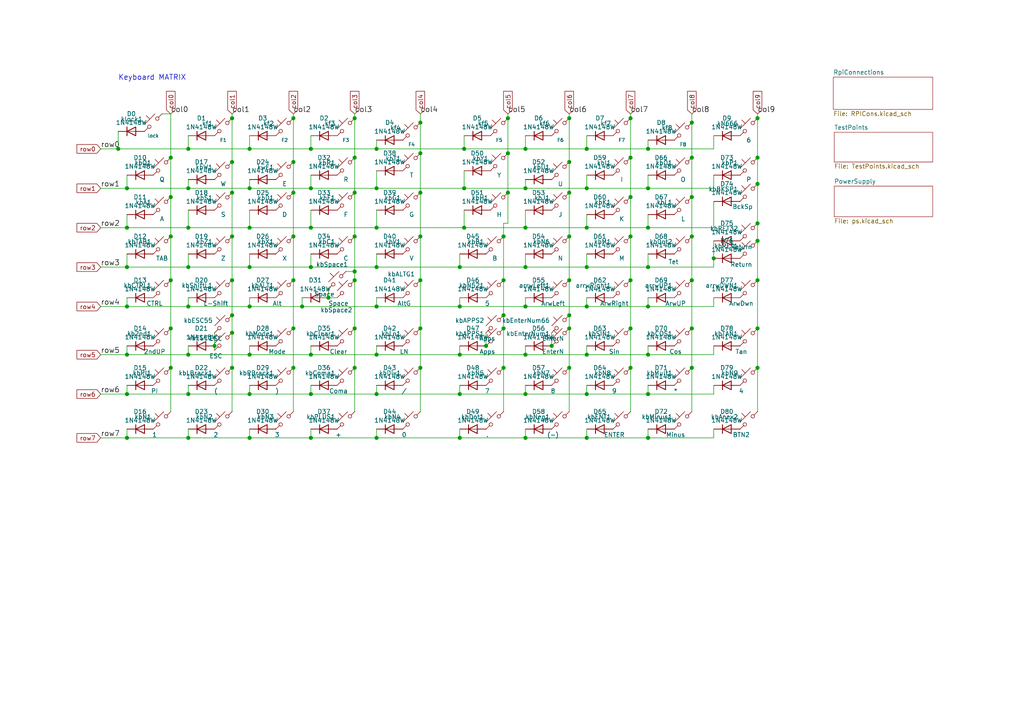
<source format=kicad_sch>
(kicad_sch (version 20210126) (generator eeschema)
  (paper "A4")
  (junction (at 34.29 43.18) (diameter 1.016))
  (junction (at 36.83 54.61) (diameter 1.016))
  (junction (at 36.83 66.04) (diameter 1.016))
  (junction (at 36.83 77.47) (diameter 1.016))
  (junction (at 36.83 88.9) (diameter 1.016))
  (junction (at 36.83 102.87) (diameter 1.016))
  (junction (at 36.83 114.3) (diameter 1.016))
  (junction (at 36.83 127) (diameter 1.016))
  (junction (at 49.53 45.72) (diameter 1.016))
  (junction (at 49.53 57.15) (diameter 1.016))
  (junction (at 49.53 68.58) (diameter 1.016))
  (junction (at 49.53 81.28) (diameter 1.016))
  (junction (at 49.53 95.25) (diameter 1.016))
  (junction (at 49.53 106.68) (diameter 1.016))
  (junction (at 54.61 43.18) (diameter 1.016))
  (junction (at 54.61 54.61) (diameter 1.016))
  (junction (at 54.61 66.04) (diameter 1.016))
  (junction (at 54.61 77.47) (diameter 1.016))
  (junction (at 54.61 88.9) (diameter 1.016))
  (junction (at 54.61 102.87) (diameter 1.016))
  (junction (at 54.61 114.3) (diameter 1.016))
  (junction (at 54.61 127) (diameter 1.016))
  (junction (at 62.23 100.33) (diameter 1.016))
  (junction (at 67.31 34.29) (diameter 1.016))
  (junction (at 67.31 46.99) (diameter 1.016))
  (junction (at 67.31 55.88) (diameter 1.016))
  (junction (at 67.31 68.58) (diameter 1.016))
  (junction (at 67.31 81.28) (diameter 1.016))
  (junction (at 67.31 91.44) (diameter 1.016))
  (junction (at 67.31 96.52) (diameter 1.016))
  (junction (at 67.31 106.68) (diameter 1.016))
  (junction (at 72.39 43.18) (diameter 1.016))
  (junction (at 72.39 54.61) (diameter 1.016))
  (junction (at 72.39 66.04) (diameter 1.016))
  (junction (at 72.39 77.47) (diameter 1.016))
  (junction (at 72.39 88.9) (diameter 1.016))
  (junction (at 72.39 102.87) (diameter 1.016))
  (junction (at 72.39 114.3) (diameter 1.016))
  (junction (at 72.39 127) (diameter 1.016))
  (junction (at 85.09 34.29) (diameter 1.016))
  (junction (at 85.09 46.99) (diameter 1.016))
  (junction (at 85.09 55.88) (diameter 1.016))
  (junction (at 85.09 68.58) (diameter 1.016))
  (junction (at 85.09 81.28) (diameter 1.016))
  (junction (at 85.09 95.25) (diameter 1.016))
  (junction (at 85.09 106.68) (diameter 1.016))
  (junction (at 87.63 88.9) (diameter 1.016))
  (junction (at 90.17 43.18) (diameter 1.016))
  (junction (at 90.17 54.61) (diameter 1.016))
  (junction (at 90.17 66.04) (diameter 1.016))
  (junction (at 90.17 77.47) (diameter 1.016))
  (junction (at 90.17 102.87) (diameter 1.016))
  (junction (at 90.17 114.3) (diameter 1.016))
  (junction (at 90.17 127) (diameter 1.016))
  (junction (at 95.25 86.36) (diameter 1.016))
  (junction (at 102.87 34.29) (diameter 1.016))
  (junction (at 102.87 45.72) (diameter 1.016))
  (junction (at 102.87 55.88) (diameter 1.016))
  (junction (at 102.87 68.58) (diameter 1.016))
  (junction (at 102.87 78.74) (diameter 1.016))
  (junction (at 102.87 81.28) (diameter 1.016))
  (junction (at 102.87 95.25) (diameter 1.016))
  (junction (at 102.87 106.68) (diameter 1.016))
  (junction (at 109.22 43.18) (diameter 1.016))
  (junction (at 109.22 54.61) (diameter 1.016))
  (junction (at 109.22 66.04) (diameter 1.016))
  (junction (at 109.22 77.47) (diameter 1.016))
  (junction (at 109.22 88.9) (diameter 1.016))
  (junction (at 109.22 102.87) (diameter 1.016))
  (junction (at 109.22 114.3) (diameter 1.016))
  (junction (at 109.22 127) (diameter 1.016))
  (junction (at 121.92 35.56) (diameter 1.016))
  (junction (at 121.92 44.45) (diameter 1.016))
  (junction (at 121.92 55.88) (diameter 1.016))
  (junction (at 121.92 68.58) (diameter 1.016))
  (junction (at 121.92 81.28) (diameter 1.016))
  (junction (at 121.92 95.25) (diameter 1.016))
  (junction (at 121.92 106.68) (diameter 1.016))
  (junction (at 133.35 77.47) (diameter 1.016))
  (junction (at 133.35 88.9) (diameter 1.016))
  (junction (at 133.35 102.87) (diameter 1.016))
  (junction (at 133.35 114.3) (diameter 1.016))
  (junction (at 133.35 127) (diameter 1.016))
  (junction (at 134.62 43.18) (diameter 1.016))
  (junction (at 134.62 54.61) (diameter 1.016))
  (junction (at 134.62 66.04) (diameter 1.016))
  (junction (at 140.97 100.33) (diameter 1.016))
  (junction (at 146.05 68.58) (diameter 1.016))
  (junction (at 146.05 81.28) (diameter 1.016))
  (junction (at 146.05 91.44) (diameter 1.016))
  (junction (at 146.05 95.25) (diameter 1.016))
  (junction (at 146.05 106.68) (diameter 1.016))
  (junction (at 147.32 34.29) (diameter 1.016))
  (junction (at 147.32 44.45) (diameter 1.016))
  (junction (at 147.32 55.88) (diameter 1.016))
  (junction (at 152.4 43.18) (diameter 1.016))
  (junction (at 152.4 54.61) (diameter 1.016))
  (junction (at 152.4 66.04) (diameter 1.016))
  (junction (at 152.4 77.47) (diameter 1.016))
  (junction (at 152.4 88.9) (diameter 1.016))
  (junction (at 152.4 102.87) (diameter 1.016))
  (junction (at 152.4 114.3) (diameter 1.016))
  (junction (at 152.4 127) (diameter 1.016))
  (junction (at 160.02 100.33) (diameter 1.016))
  (junction (at 165.1 34.29) (diameter 1.016))
  (junction (at 165.1 46.99) (diameter 1.016))
  (junction (at 165.1 55.88) (diameter 1.016))
  (junction (at 165.1 68.58) (diameter 1.016))
  (junction (at 165.1 81.28) (diameter 1.016))
  (junction (at 165.1 91.44) (diameter 1.016))
  (junction (at 165.1 95.25) (diameter 1.016))
  (junction (at 165.1 106.68) (diameter 1.016))
  (junction (at 170.18 43.18) (diameter 1.016))
  (junction (at 170.18 54.61) (diameter 1.016))
  (junction (at 170.18 66.04) (diameter 1.016))
  (junction (at 170.18 77.47) (diameter 1.016))
  (junction (at 170.18 88.9) (diameter 1.016))
  (junction (at 170.18 102.87) (diameter 1.016))
  (junction (at 170.18 114.3) (diameter 1.016))
  (junction (at 170.18 127) (diameter 1.016))
  (junction (at 182.88 34.29) (diameter 1.016))
  (junction (at 182.88 45.72) (diameter 1.016))
  (junction (at 182.88 57.15) (diameter 1.016))
  (junction (at 182.88 68.58) (diameter 1.016))
  (junction (at 182.88 81.28) (diameter 1.016))
  (junction (at 182.88 95.25) (diameter 1.016))
  (junction (at 182.88 106.68) (diameter 1.016))
  (junction (at 187.96 43.18) (diameter 1.016))
  (junction (at 187.96 54.61) (diameter 1.016))
  (junction (at 187.96 66.04) (diameter 1.016))
  (junction (at 187.96 77.47) (diameter 1.016))
  (junction (at 187.96 88.9) (diameter 1.016))
  (junction (at 187.96 102.87) (diameter 1.016))
  (junction (at 187.96 114.3) (diameter 1.016))
  (junction (at 187.96 127) (diameter 1.016))
  (junction (at 200.66 35.56) (diameter 1.016))
  (junction (at 200.66 45.72) (diameter 1.016))
  (junction (at 200.66 57.15) (diameter 1.016))
  (junction (at 200.66 68.58) (diameter 1.016))
  (junction (at 200.66 81.28) (diameter 1.016))
  (junction (at 200.66 95.25) (diameter 1.016))
  (junction (at 200.66 106.68) (diameter 1.016))
  (junction (at 207.01 74.93) (diameter 1.016))
  (junction (at 219.71 34.29) (diameter 1.016))
  (junction (at 219.71 45.72) (diameter 1.016))
  (junction (at 219.71 53.34) (diameter 1.016))
  (junction (at 219.71 64.77) (diameter 1.016))
  (junction (at 219.71 69.85) (diameter 1.016))
  (junction (at 219.71 81.28) (diameter 1.016))
  (junction (at 219.71 95.25) (diameter 1.016))
  (junction (at 219.71 106.68) (diameter 1.016))
  (wire (pts (xy 29.21 43.18) (xy 34.29 43.18)))
  (wire (pts (xy 29.21 54.61) (xy 36.83 54.61)))
  (wire (pts (xy 29.21 66.04) (xy 36.83 66.04)))
  (wire (pts (xy 29.21 77.47) (xy 36.83 77.47)))
  (wire (pts (xy 29.21 88.9) (xy 36.83 88.9)))
  (wire (pts (xy 29.21 102.87) (xy 36.83 102.87)))
  (wire (pts (xy 29.21 114.3) (xy 36.83 114.3)))
  (wire (pts (xy 29.21 127) (xy 36.83 127)))
  (wire (pts (xy 34.29 38.1) (xy 34.29 43.18)))
  (wire (pts (xy 34.29 43.18) (xy 54.61 43.18)))
  (wire (pts (xy 36.83 50.8) (xy 36.83 54.61)))
  (wire (pts (xy 36.83 54.61) (xy 54.61 54.61)))
  (wire (pts (xy 36.83 62.23) (xy 36.83 66.04)))
  (wire (pts (xy 36.83 66.04) (xy 54.61 66.04)))
  (wire (pts (xy 36.83 73.66) (xy 36.83 77.47)))
  (wire (pts (xy 36.83 77.47) (xy 54.61 77.47)))
  (wire (pts (xy 36.83 86.36) (xy 36.83 88.9)))
  (wire (pts (xy 36.83 88.9) (xy 54.61 88.9)))
  (wire (pts (xy 36.83 100.33) (xy 36.83 102.87)))
  (wire (pts (xy 36.83 102.87) (xy 54.61 102.87)))
  (wire (pts (xy 36.83 111.76) (xy 36.83 114.3)))
  (wire (pts (xy 36.83 114.3) (xy 54.61 114.3)))
  (wire (pts (xy 36.83 124.46) (xy 36.83 127)))
  (wire (pts (xy 36.83 127) (xy 54.61 127)))
  (wire (pts (xy 46.99 33.02) (xy 49.53 33.02)))
  (wire (pts (xy 49.53 33.02) (xy 49.53 45.72)))
  (wire (pts (xy 49.53 45.72) (xy 49.53 57.15)))
  (wire (pts (xy 49.53 57.15) (xy 49.53 68.58)))
  (wire (pts (xy 49.53 68.58) (xy 49.53 81.28)))
  (wire (pts (xy 49.53 81.28) (xy 49.53 95.25)))
  (wire (pts (xy 49.53 95.25) (xy 49.53 106.68)))
  (wire (pts (xy 49.53 106.68) (xy 49.53 119.38)))
  (wire (pts (xy 54.61 39.37) (xy 54.61 43.18)))
  (wire (pts (xy 54.61 43.18) (xy 72.39 43.18)))
  (wire (pts (xy 54.61 52.07) (xy 54.61 54.61)))
  (wire (pts (xy 54.61 54.61) (xy 72.39 54.61)))
  (wire (pts (xy 54.61 60.96) (xy 54.61 66.04)))
  (wire (pts (xy 54.61 66.04) (xy 72.39 66.04)))
  (wire (pts (xy 54.61 73.66) (xy 54.61 77.47)))
  (wire (pts (xy 54.61 77.47) (xy 72.39 77.47)))
  (wire (pts (xy 54.61 86.36) (xy 54.61 88.9)))
  (wire (pts (xy 54.61 88.9) (xy 72.39 88.9)))
  (wire (pts (xy 54.61 100.33) (xy 54.61 102.87)))
  (wire (pts (xy 54.61 102.87) (xy 72.39 102.87)))
  (wire (pts (xy 54.61 111.76) (xy 54.61 114.3)))
  (wire (pts (xy 54.61 114.3) (xy 72.39 114.3)))
  (wire (pts (xy 54.61 124.46) (xy 54.61 127)))
  (wire (pts (xy 54.61 127) (xy 72.39 127)))
  (wire (pts (xy 62.23 96.52) (xy 62.23 100.33)))
  (wire (pts (xy 62.23 100.33) (xy 62.23 101.6)))
  (wire (pts (xy 67.31 33.02) (xy 67.31 34.29)))
  (wire (pts (xy 67.31 34.29) (xy 67.31 46.99)))
  (wire (pts (xy 67.31 46.99) (xy 67.31 55.88)))
  (wire (pts (xy 67.31 55.88) (xy 67.31 68.58)))
  (wire (pts (xy 67.31 68.58) (xy 67.31 81.28)))
  (wire (pts (xy 67.31 81.28) (xy 67.31 91.44)))
  (wire (pts (xy 67.31 91.44) (xy 67.31 96.52)))
  (wire (pts (xy 67.31 96.52) (xy 67.31 106.68)))
  (wire (pts (xy 67.31 106.68) (xy 67.31 119.38)))
  (wire (pts (xy 72.39 39.37) (xy 72.39 43.18)))
  (wire (pts (xy 72.39 43.18) (xy 90.17 43.18)))
  (wire (pts (xy 72.39 52.07) (xy 72.39 54.61)))
  (wire (pts (xy 72.39 54.61) (xy 90.17 54.61)))
  (wire (pts (xy 72.39 60.96) (xy 72.39 66.04)))
  (wire (pts (xy 72.39 66.04) (xy 90.17 66.04)))
  (wire (pts (xy 72.39 73.66) (xy 72.39 77.47)))
  (wire (pts (xy 72.39 77.47) (xy 90.17 77.47)))
  (wire (pts (xy 72.39 86.36) (xy 72.39 88.9)))
  (wire (pts (xy 72.39 88.9) (xy 87.63 88.9)))
  (wire (pts (xy 72.39 100.33) (xy 72.39 102.87)))
  (wire (pts (xy 72.39 102.87) (xy 90.17 102.87)))
  (wire (pts (xy 72.39 111.76) (xy 72.39 114.3)))
  (wire (pts (xy 72.39 114.3) (xy 90.17 114.3)))
  (wire (pts (xy 72.39 124.46) (xy 72.39 127)))
  (wire (pts (xy 72.39 127) (xy 90.17 127)))
  (wire (pts (xy 85.09 33.02) (xy 85.09 34.29)))
  (wire (pts (xy 85.09 34.29) (xy 85.09 46.99)))
  (wire (pts (xy 85.09 46.99) (xy 85.09 55.88)))
  (wire (pts (xy 85.09 55.88) (xy 85.09 68.58)))
  (wire (pts (xy 85.09 68.58) (xy 85.09 81.28)))
  (wire (pts (xy 85.09 81.28) (xy 85.09 95.25)))
  (wire (pts (xy 85.09 95.25) (xy 85.09 106.68)))
  (wire (pts (xy 85.09 106.68) (xy 85.09 119.38)))
  (wire (pts (xy 87.63 86.36) (xy 87.63 88.9)))
  (wire (pts (xy 87.63 88.9) (xy 109.22 88.9)))
  (wire (pts (xy 90.17 39.37) (xy 90.17 43.18)))
  (wire (pts (xy 90.17 43.18) (xy 109.22 43.18)))
  (wire (pts (xy 90.17 50.8) (xy 90.17 54.61)))
  (wire (pts (xy 90.17 54.61) (xy 109.22 54.61)))
  (wire (pts (xy 90.17 60.96) (xy 90.17 66.04)))
  (wire (pts (xy 90.17 66.04) (xy 109.22 66.04)))
  (wire (pts (xy 90.17 73.66) (xy 90.17 77.47)))
  (wire (pts (xy 90.17 77.47) (xy 109.22 77.47)))
  (wire (pts (xy 90.17 100.33) (xy 90.17 102.87)))
  (wire (pts (xy 90.17 102.87) (xy 109.22 102.87)))
  (wire (pts (xy 90.17 111.76) (xy 90.17 114.3)))
  (wire (pts (xy 90.17 114.3) (xy 109.22 114.3)))
  (wire (pts (xy 90.17 124.46) (xy 90.17 127)))
  (wire (pts (xy 90.17 127) (xy 109.22 127)))
  (wire (pts (xy 95.25 83.82) (xy 95.25 86.36)))
  (wire (pts (xy 95.25 86.36) (xy 97.79 86.36)))
  (wire (pts (xy 100.33 78.74) (xy 102.87 78.74)))
  (wire (pts (xy 102.87 33.02) (xy 102.87 34.29)))
  (wire (pts (xy 102.87 34.29) (xy 102.87 45.72)))
  (wire (pts (xy 102.87 45.72) (xy 102.87 55.88)))
  (wire (pts (xy 102.87 55.88) (xy 102.87 68.58)))
  (wire (pts (xy 102.87 68.58) (xy 102.87 78.74)))
  (wire (pts (xy 102.87 78.74) (xy 102.87 81.28)))
  (wire (pts (xy 102.87 81.28) (xy 102.87 95.25)))
  (wire (pts (xy 102.87 95.25) (xy 102.87 106.68)))
  (wire (pts (xy 102.87 106.68) (xy 102.87 119.38)))
  (wire (pts (xy 109.22 40.64) (xy 109.22 43.18)))
  (wire (pts (xy 109.22 43.18) (xy 134.62 43.18)))
  (wire (pts (xy 109.22 49.53) (xy 109.22 54.61)))
  (wire (pts (xy 109.22 54.61) (xy 134.62 54.61)))
  (wire (pts (xy 109.22 60.96) (xy 109.22 66.04)))
  (wire (pts (xy 109.22 66.04) (xy 134.62 66.04)))
  (wire (pts (xy 109.22 73.66) (xy 109.22 77.47)))
  (wire (pts (xy 109.22 77.47) (xy 133.35 77.47)))
  (wire (pts (xy 109.22 86.36) (xy 109.22 88.9)))
  (wire (pts (xy 109.22 88.9) (xy 133.35 88.9)))
  (wire (pts (xy 109.22 100.33) (xy 109.22 102.87)))
  (wire (pts (xy 109.22 102.87) (xy 133.35 102.87)))
  (wire (pts (xy 109.22 111.76) (xy 109.22 114.3)))
  (wire (pts (xy 109.22 114.3) (xy 133.35 114.3)))
  (wire (pts (xy 109.22 124.46) (xy 109.22 127)))
  (wire (pts (xy 109.22 127) (xy 133.35 127)))
  (wire (pts (xy 121.92 33.02) (xy 121.92 35.56)))
  (wire (pts (xy 121.92 35.56) (xy 121.92 44.45)))
  (wire (pts (xy 121.92 44.45) (xy 121.92 55.88)))
  (wire (pts (xy 121.92 55.88) (xy 121.92 68.58)))
  (wire (pts (xy 121.92 68.58) (xy 121.92 81.28)))
  (wire (pts (xy 121.92 81.28) (xy 121.92 95.25)))
  (wire (pts (xy 121.92 95.25) (xy 121.92 106.68)))
  (wire (pts (xy 121.92 106.68) (xy 121.92 119.38)))
  (wire (pts (xy 133.35 73.66) (xy 133.35 77.47)))
  (wire (pts (xy 133.35 77.47) (xy 152.4 77.47)))
  (wire (pts (xy 133.35 86.36) (xy 133.35 88.9)))
  (wire (pts (xy 133.35 88.9) (xy 152.4 88.9)))
  (wire (pts (xy 133.35 100.33) (xy 133.35 102.87)))
  (wire (pts (xy 133.35 102.87) (xy 152.4 102.87)))
  (wire (pts (xy 133.35 111.76) (xy 133.35 114.3)))
  (wire (pts (xy 133.35 114.3) (xy 152.4 114.3)))
  (wire (pts (xy 133.35 124.46) (xy 133.35 127)))
  (wire (pts (xy 133.35 127) (xy 152.4 127)))
  (wire (pts (xy 134.62 39.37) (xy 134.62 43.18)))
  (wire (pts (xy 134.62 43.18) (xy 152.4 43.18)))
  (wire (pts (xy 134.62 49.53) (xy 134.62 54.61)))
  (wire (pts (xy 134.62 54.61) (xy 152.4 54.61)))
  (wire (pts (xy 134.62 60.96) (xy 134.62 66.04)))
  (wire (pts (xy 134.62 66.04) (xy 152.4 66.04)))
  (wire (pts (xy 140.97 96.52) (xy 140.97 100.33)))
  (wire (pts (xy 146.05 64.77) (xy 146.05 68.58)))
  (wire (pts (xy 146.05 68.58) (xy 146.05 81.28)))
  (wire (pts (xy 146.05 81.28) (xy 146.05 91.44)))
  (wire (pts (xy 146.05 91.44) (xy 146.05 95.25)))
  (wire (pts (xy 146.05 95.25) (xy 146.05 106.68)))
  (wire (pts (xy 146.05 106.68) (xy 146.05 119.38)))
  (wire (pts (xy 147.32 33.02) (xy 147.32 34.29)))
  (wire (pts (xy 147.32 34.29) (xy 147.32 44.45)))
  (wire (pts (xy 147.32 44.45) (xy 147.32 55.88)))
  (wire (pts (xy 147.32 55.88) (xy 147.32 64.77)))
  (wire (pts (xy 147.32 64.77) (xy 146.05 64.77)))
  (wire (pts (xy 152.4 39.37) (xy 152.4 43.18)))
  (wire (pts (xy 152.4 43.18) (xy 170.18 43.18)))
  (wire (pts (xy 152.4 52.07) (xy 152.4 54.61)))
  (wire (pts (xy 152.4 54.61) (xy 170.18 54.61)))
  (wire (pts (xy 152.4 60.96) (xy 152.4 66.04)))
  (wire (pts (xy 152.4 66.04) (xy 170.18 66.04)))
  (wire (pts (xy 152.4 73.66) (xy 152.4 77.47)))
  (wire (pts (xy 152.4 77.47) (xy 170.18 77.47)))
  (wire (pts (xy 152.4 86.36) (xy 152.4 88.9)))
  (wire (pts (xy 152.4 88.9) (xy 170.18 88.9)))
  (wire (pts (xy 152.4 100.33) (xy 152.4 102.87)))
  (wire (pts (xy 152.4 102.87) (xy 170.18 102.87)))
  (wire (pts (xy 152.4 111.76) (xy 152.4 114.3)))
  (wire (pts (xy 152.4 114.3) (xy 170.18 114.3)))
  (wire (pts (xy 152.4 124.46) (xy 152.4 127)))
  (wire (pts (xy 152.4 127) (xy 170.18 127)))
  (wire (pts (xy 160.02 96.52) (xy 160.02 100.33)))
  (wire (pts (xy 165.1 33.02) (xy 165.1 34.29)))
  (wire (pts (xy 165.1 34.29) (xy 165.1 46.99)))
  (wire (pts (xy 165.1 46.99) (xy 165.1 55.88)))
  (wire (pts (xy 165.1 55.88) (xy 165.1 68.58)))
  (wire (pts (xy 165.1 68.58) (xy 165.1 81.28)))
  (wire (pts (xy 165.1 81.28) (xy 165.1 91.44)))
  (wire (pts (xy 165.1 91.44) (xy 165.1 95.25)))
  (wire (pts (xy 165.1 95.25) (xy 165.1 106.68)))
  (wire (pts (xy 165.1 106.68) (xy 165.1 119.38)))
  (wire (pts (xy 170.18 39.37) (xy 170.18 43.18)))
  (wire (pts (xy 170.18 43.18) (xy 187.96 43.18)))
  (wire (pts (xy 170.18 50.8) (xy 170.18 54.61)))
  (wire (pts (xy 170.18 54.61) (xy 187.96 54.61)))
  (wire (pts (xy 170.18 62.23) (xy 170.18 66.04)))
  (wire (pts (xy 170.18 66.04) (xy 187.96 66.04)))
  (wire (pts (xy 170.18 73.66) (xy 170.18 77.47)))
  (wire (pts (xy 170.18 77.47) (xy 187.96 77.47)))
  (wire (pts (xy 170.18 86.36) (xy 170.18 88.9)))
  (wire (pts (xy 170.18 88.9) (xy 187.96 88.9)))
  (wire (pts (xy 170.18 100.33) (xy 170.18 102.87)))
  (wire (pts (xy 170.18 102.87) (xy 187.96 102.87)))
  (wire (pts (xy 170.18 111.76) (xy 170.18 114.3)))
  (wire (pts (xy 170.18 114.3) (xy 187.96 114.3)))
  (wire (pts (xy 170.18 124.46) (xy 170.18 127)))
  (wire (pts (xy 170.18 127) (xy 187.96 127)))
  (wire (pts (xy 182.88 33.02) (xy 182.88 34.29)))
  (wire (pts (xy 182.88 34.29) (xy 182.88 45.72)))
  (wire (pts (xy 182.88 45.72) (xy 182.88 57.15)))
  (wire (pts (xy 182.88 57.15) (xy 182.88 68.58)))
  (wire (pts (xy 182.88 68.58) (xy 182.88 81.28)))
  (wire (pts (xy 182.88 81.28) (xy 182.88 95.25)))
  (wire (pts (xy 182.88 95.25) (xy 182.88 106.68)))
  (wire (pts (xy 182.88 106.68) (xy 182.88 119.38)))
  (wire (pts (xy 187.96 40.64) (xy 187.96 43.18)))
  (wire (pts (xy 187.96 43.18) (xy 207.01 43.18)))
  (wire (pts (xy 187.96 50.8) (xy 187.96 54.61)))
  (wire (pts (xy 187.96 54.61) (xy 207.01 54.61)))
  (wire (pts (xy 187.96 62.23) (xy 187.96 66.04)))
  (wire (pts (xy 187.96 66.04) (xy 207.01 66.04)))
  (wire (pts (xy 187.96 73.66) (xy 187.96 77.47)))
  (wire (pts (xy 187.96 77.47) (xy 207.01 77.47)))
  (wire (pts (xy 187.96 86.36) (xy 187.96 88.9)))
  (wire (pts (xy 187.96 88.9) (xy 207.01 88.9)))
  (wire (pts (xy 187.96 100.33) (xy 187.96 102.87)))
  (wire (pts (xy 187.96 102.87) (xy 207.01 102.87)))
  (wire (pts (xy 187.96 111.76) (xy 187.96 114.3)))
  (wire (pts (xy 187.96 114.3) (xy 207.01 114.3)))
  (wire (pts (xy 187.96 124.46) (xy 187.96 127)))
  (wire (pts (xy 187.96 127) (xy 207.01 127)))
  (wire (pts (xy 200.66 33.02) (xy 200.66 35.56)))
  (wire (pts (xy 200.66 35.56) (xy 200.66 45.72)))
  (wire (pts (xy 200.66 45.72) (xy 200.66 57.15)))
  (wire (pts (xy 200.66 57.15) (xy 200.66 68.58)))
  (wire (pts (xy 200.66 68.58) (xy 200.66 81.28)))
  (wire (pts (xy 200.66 81.28) (xy 200.66 95.25)))
  (wire (pts (xy 200.66 95.25) (xy 200.66 106.68)))
  (wire (pts (xy 200.66 106.68) (xy 200.66 119.38)))
  (wire (pts (xy 207.01 39.37) (xy 207.01 43.18)))
  (wire (pts (xy 207.01 50.8) (xy 207.01 54.61)))
  (wire (pts (xy 207.01 58.42) (xy 207.01 66.04)))
  (wire (pts (xy 207.01 69.85) (xy 207.01 74.93)))
  (wire (pts (xy 207.01 74.93) (xy 207.01 77.47)))
  (wire (pts (xy 207.01 86.36) (xy 207.01 88.9)))
  (wire (pts (xy 207.01 100.33) (xy 207.01 102.87)))
  (wire (pts (xy 207.01 111.76) (xy 207.01 114.3)))
  (wire (pts (xy 207.01 124.46) (xy 207.01 127)))
  (wire (pts (xy 219.71 33.02) (xy 219.71 34.29)))
  (wire (pts (xy 219.71 34.29) (xy 219.71 45.72)))
  (wire (pts (xy 219.71 45.72) (xy 219.71 53.34)))
  (wire (pts (xy 219.71 53.34) (xy 219.71 64.77)))
  (wire (pts (xy 219.71 64.77) (xy 219.71 69.85)))
  (wire (pts (xy 219.71 69.85) (xy 219.71 81.28)))
  (wire (pts (xy 219.71 81.28) (xy 219.71 95.25)))
  (wire (pts (xy 219.71 95.25) (xy 219.71 106.68)))
  (wire (pts (xy 219.71 106.68) (xy 219.71 119.38)))
  (text "Keyboard MATRIX" (at 34.29 23.495 0) (effects (font (size 1.524 1.524)) (justify left bottom)))
  (label "row0" (at 29.21 43.18 0) (effects (font (size 1.524 1.524))))
  (label "row1" (at 29.21 54.61 0) (effects (font (size 1.524 1.524))))
  (label "row2" (at 29.21 66.04 0) (effects (font (size 1.524 1.524))))
  (label "row3" (at 29.21 77.47 0) (effects (font (size 1.524 1.524))))
  (label "row4" (at 29.21 88.9 0) (effects (font (size 1.524 1.524))))
  (label "row5" (at 29.21 102.87 0) (effects (font (size 1.524 1.524))))
  (label "row6" (at 29.21 114.3 0) (effects (font (size 1.524 1.524))))
  (label "row7" (at 29.21 127 0) (effects (font (size 1.524 1.524))))
  (label "col0" (at 49.53 33.02 0) (effects (font (size 1.524 1.524))))
  (label "col1" (at 67.31 33.02 0) (effects (font (size 1.524 1.524))))
  (label "col2" (at 85.09 33.02 0) (effects (font (size 1.524 1.524))))
  (label "col3" (at 102.87 33.02 0) (effects (font (size 1.524 1.524))))
  (label "col4" (at 121.92 33.02 0) (effects (font (size 1.524 1.524))))
  (label "col5" (at 147.32 33.02 0) (effects (font (size 1.524 1.524))))
  (label "col6" (at 165.1 33.02 0) (effects (font (size 1.524 1.524))))
  (label "col7" (at 182.88 33.02 0) (effects (font (size 1.524 1.524))))
  (label "col8" (at 200.66 33.02 0) (effects (font (size 1.524 1.524))))
  (label "col9" (at 219.71 33.02 0) (effects (font (size 1.524 1.524))))
  (global_label "row0" (shape input) (at 29.21 43.18 180) (property "Intersheet References" "${INTERSHEET_REFS}" (effects hide)))
  (global_label "row1" (shape input) (at 29.21 54.61 180) (property "Intersheet References" "${INTERSHEET_REFS}" (effects hide)))
  (global_label "row2" (shape input) (at 29.21 66.04 180) (property "Intersheet References" "${INTERSHEET_REFS}" (effects hide)))
  (global_label "row3" (shape input) (at 29.21 77.47 180) (property "Intersheet References" "${INTERSHEET_REFS}" (effects hide)))
  (global_label "row4" (shape input) (at 29.21 88.9 180) (property "Intersheet References" "${INTERSHEET_REFS}" (effects hide)))
  (global_label "row5" (shape input) (at 29.21 102.87 180) (property "Intersheet References" "${INTERSHEET_REFS}" (effects hide)))
  (global_label "row6" (shape input) (at 29.21 114.3 180) (property "Intersheet References" "${INTERSHEET_REFS}" (effects hide)))
  (global_label "row7" (shape input) (at 29.21 127 180) (property "Intersheet References" "${INTERSHEET_REFS}" (effects hide)))
  (global_label "col0" (shape input) (at 49.53 33.02 90) (property "Intersheet References" "${INTERSHEET_REFS}" (effects hide)))
  (global_label "col1" (shape input) (at 67.31 33.02 90) (property "Intersheet References" "${INTERSHEET_REFS}" (effects hide)))
  (global_label "col2" (shape input) (at 85.09 33.02 90) (property "Intersheet References" "${INTERSHEET_REFS}" (effects hide)))
  (global_label "col3" (shape input) (at 102.87 33.02 90) (property "Intersheet References" "${INTERSHEET_REFS}" (effects hide)))
  (global_label "col4" (shape input) (at 121.92 33.02 90) (property "Intersheet References" "${INTERSHEET_REFS}" (effects hide)))
  (global_label "col5" (shape input) (at 147.32 33.02 90) (property "Intersheet References" "${INTERSHEET_REFS}" (effects hide)))
  (global_label "col6" (shape input) (at 165.1 33.02 90) (property "Intersheet References" "${INTERSHEET_REFS}" (effects hide)))
  (global_label "col7" (shape input) (at 182.88 33.02 90) (property "Intersheet References" "${INTERSHEET_REFS}" (effects hide)))
  (global_label "col8" (shape input) (at 200.66 33.02 90) (property "Intersheet References" "${INTERSHEET_REFS}" (effects hide)))
  (global_label "col9" (shape input) (at 219.71 33.02 90) (property "Intersheet References" "${INTERSHEET_REFS}" (effects hide)))
  (symbol (lib_id "Diode:1N4148W") (at 38.1 38.1 0) (unit 1)
    (property "Reference" "D0" (at 38.1 33.02 0))
    (property "Value" "1N4148W" (at 38.1 35.56 0))
    (property "Footprint" "Diode_SMD:D_SOD-123" (effects hide))
    (property "Datasheet" "https://www.vishay.com/docs/85748/1n4148w.pdf" (effects hide))
  )
  (symbol (lib_id "Diode:1N4148W") (at 40.64 50.8 0) (unit 1)
    (property "Reference" "D10" (at 40.64 45.72 0))
    (property "Value" "1N4148W" (at 40.64 48.26 0))
    (property "Footprint" "Diode_SMD:D_SOD-123" (effects hide))
    (property "Datasheet" "https://www.vishay.com/docs/85748/1n4148w.pdf" (effects hide))
  )
  (symbol (lib_id "Diode:1N4148W") (at 40.64 62.23 0) (unit 1)
    (property "Reference" "D11" (at 40.64 57.15 0))
    (property "Value" "1N4148W" (at 40.64 59.69 0))
    (property "Footprint" "Diode_SMD:D_SOD-123" (effects hide))
    (property "Datasheet" "https://www.vishay.com/docs/85748/1n4148w.pdf" (effects hide))
  )
  (symbol (lib_id "Diode:1N4148W") (at 40.64 73.66 0) (unit 1)
    (property "Reference" "D12" (at 40.64 68.58 0))
    (property "Value" "1N4148W" (at 40.64 71.12 0))
    (property "Footprint" "Diode_SMD:D_SOD-123" (effects hide))
    (property "Datasheet" "https://www.vishay.com/docs/85748/1n4148w.pdf" (effects hide))
  )
  (symbol (lib_id "Diode:1N4148W") (at 40.64 86.36 0) (unit 1)
    (property "Reference" "D13" (at 40.64 81.28 0))
    (property "Value" "1N4148W" (at 40.64 83.82 0))
    (property "Footprint" "Diode_SMD:D_SOD-123" (effects hide))
    (property "Datasheet" "https://www.vishay.com/docs/85748/1n4148w.pdf" (effects hide))
  )
  (symbol (lib_id "Diode:1N4148W") (at 40.64 100.33 0) (unit 1)
    (property "Reference" "D14" (at 40.64 95.25 0))
    (property "Value" "1N4148W" (at 40.64 97.79 0))
    (property "Footprint" "Diode_SMD:D_SOD-123" (effects hide))
    (property "Datasheet" "https://www.vishay.com/docs/85748/1n4148w.pdf" (effects hide))
  )
  (symbol (lib_id "Diode:1N4148W") (at 40.64 111.76 0) (unit 1)
    (property "Reference" "D15" (at 40.64 106.68 0))
    (property "Value" "1N4148W" (at 40.64 109.22 0))
    (property "Footprint" "Diode_SMD:D_SOD-123" (effects hide))
    (property "Datasheet" "https://www.vishay.com/docs/85748/1n4148w.pdf" (effects hide))
  )
  (symbol (lib_id "Diode:1N4148W") (at 40.64 124.46 0) (unit 1)
    (property "Reference" "D16" (at 40.64 119.38 0))
    (property "Value" "1N4148W" (at 40.64 121.92 0))
    (property "Footprint" "Diode_SMD:D_SOD-123" (effects hide))
    (property "Datasheet" "https://www.vishay.com/docs/85748/1n4148w.pdf" (effects hide))
  )
  (symbol (lib_id "Diode:1N4148W") (at 58.42 39.37 0) (unit 1)
    (property "Reference" "D1" (at 58.42 34.29 0))
    (property "Value" "1N4148W" (at 58.42 36.83 0))
    (property "Footprint" "Diode_SMD:D_SOD-123" (effects hide))
    (property "Datasheet" "https://www.vishay.com/docs/85748/1n4148w.pdf" (effects hide))
  )
  (symbol (lib_id "Diode:1N4148W") (at 58.42 52.07 0) (unit 1)
    (property "Reference" "D17" (at 58.42 46.99 0))
    (property "Value" "1N4148W" (at 58.42 49.53 0))
    (property "Footprint" "Diode_SMD:D_SOD-123" (effects hide))
    (property "Datasheet" "https://www.vishay.com/docs/85748/1n4148w.pdf" (effects hide))
  )
  (symbol (lib_id "Diode:1N4148W") (at 58.42 60.96 0) (unit 1)
    (property "Reference" "D18" (at 58.42 55.88 0))
    (property "Value" "1N4148W" (at 58.42 58.42 0))
    (property "Footprint" "Diode_SMD:D_SOD-123" (effects hide))
    (property "Datasheet" "https://www.vishay.com/docs/85748/1n4148w.pdf" (effects hide))
  )
  (symbol (lib_id "Diode:1N4148W") (at 58.42 73.66 0) (unit 1)
    (property "Reference" "D19" (at 58.42 68.58 0))
    (property "Value" "1N4148W" (at 58.42 71.12 0))
    (property "Footprint" "Diode_SMD:D_SOD-123" (effects hide))
    (property "Datasheet" "https://www.vishay.com/docs/85748/1n4148w.pdf" (effects hide))
  )
  (symbol (lib_id "Diode:1N4148W") (at 58.42 86.36 0) (unit 1)
    (property "Reference" "D20" (at 58.42 81.28 0))
    (property "Value" "1N4148W" (at 58.42 83.82 0))
    (property "Footprint" "Diode_SMD:D_SOD-123" (effects hide))
    (property "Datasheet" "https://www.vishay.com/docs/85748/1n4148w.pdf" (effects hide))
  )
  (symbol (lib_id "Diode:1N4148W") (at 58.42 100.33 0) (unit 1)
    (property "Reference" "D21" (at 58.42 95.25 0))
    (property "Value" "1N4148W" (at 58.42 97.79 0))
    (property "Footprint" "Diode_SMD:D_SOD-123" (effects hide))
    (property "Datasheet" "https://www.vishay.com/docs/85748/1n4148w.pdf" (effects hide))
  )
  (symbol (lib_id "Diode:1N4148W") (at 58.42 111.76 0) (unit 1)
    (property "Reference" "D22" (at 58.42 106.68 0))
    (property "Value" "1N4148W" (at 58.42 109.22 0))
    (property "Footprint" "Diode_SMD:D_SOD-123" (effects hide))
    (property "Datasheet" "https://www.vishay.com/docs/85748/1n4148w.pdf" (effects hide))
  )
  (symbol (lib_id "Diode:1N4148W") (at 58.42 124.46 0) (unit 1)
    (property "Reference" "D23" (at 58.42 119.38 0))
    (property "Value" "1N4148W" (at 58.42 121.92 0))
    (property "Footprint" "Diode_SMD:D_SOD-123" (effects hide))
    (property "Datasheet" "https://www.vishay.com/docs/85748/1n4148w.pdf" (effects hide))
  )
  (symbol (lib_id "Diode:1N4148W") (at 76.2 39.37 0) (unit 1)
    (property "Reference" "D3" (at 76.2 34.29 0))
    (property "Value" "1N4148W" (at 76.2 36.83 0))
    (property "Footprint" "Diode_SMD:D_SOD-123" (effects hide))
    (property "Datasheet" "https://www.vishay.com/docs/85748/1n4148w.pdf" (effects hide))
  )
  (symbol (lib_id "Diode:1N4148W") (at 76.2 52.07 0) (unit 1)
    (property "Reference" "D24" (at 76.2 46.99 0))
    (property "Value" "1N4148W" (at 76.2 49.53 0))
    (property "Footprint" "Diode_SMD:D_SOD-123" (effects hide))
    (property "Datasheet" "https://www.vishay.com/docs/85748/1n4148w.pdf" (effects hide))
  )
  (symbol (lib_id "Diode:1N4148W") (at 76.2 60.96 0) (unit 1)
    (property "Reference" "D25" (at 76.2 55.88 0))
    (property "Value" "1N4148W" (at 76.2 58.42 0))
    (property "Footprint" "Diode_SMD:D_SOD-123" (effects hide))
    (property "Datasheet" "https://www.vishay.com/docs/85748/1n4148w.pdf" (effects hide))
  )
  (symbol (lib_id "Diode:1N4148W") (at 76.2 73.66 0) (unit 1)
    (property "Reference" "D26" (at 76.2 68.58 0))
    (property "Value" "1N4148W" (at 76.2 71.12 0))
    (property "Footprint" "Diode_SMD:D_SOD-123" (effects hide))
    (property "Datasheet" "https://www.vishay.com/docs/85748/1n4148w.pdf" (effects hide))
  )
  (symbol (lib_id "Diode:1N4148W") (at 76.2 86.36 0) (unit 1)
    (property "Reference" "D27" (at 76.2 81.28 0))
    (property "Value" "1N4148W" (at 76.2 83.82 0))
    (property "Footprint" "Diode_SMD:D_SOD-123" (effects hide))
    (property "Datasheet" "https://www.vishay.com/docs/85748/1n4148w.pdf" (effects hide))
  )
  (symbol (lib_id "Diode:1N4148W") (at 76.2 100.33 0) (unit 1)
    (property "Reference" "D28" (at 76.2 95.25 0))
    (property "Value" "1N4148W" (at 76.2 97.79 0))
    (property "Footprint" "Diode_SMD:D_SOD-123" (effects hide))
    (property "Datasheet" "https://www.vishay.com/docs/85748/1n4148w.pdf" (effects hide))
  )
  (symbol (lib_id "Diode:1N4148W") (at 76.2 111.76 0) (unit 1)
    (property "Reference" "D29" (at 76.2 106.68 0))
    (property "Value" "1N4148W" (at 76.2 109.22 0))
    (property "Footprint" "Diode_SMD:D_SOD-123" (effects hide))
    (property "Datasheet" "https://www.vishay.com/docs/85748/1n4148w.pdf" (effects hide))
  )
  (symbol (lib_id "Diode:1N4148W") (at 76.2 124.46 0) (unit 1)
    (property "Reference" "D30" (at 76.2 119.38 0))
    (property "Value" "1N4148W" (at 76.2 121.92 0))
    (property "Footprint" "Diode_SMD:D_SOD-123" (effects hide))
    (property "Datasheet" "https://www.vishay.com/docs/85748/1n4148w.pdf" (effects hide))
  )
  (symbol (lib_id "Diode:1N4148W") (at 91.44 86.36 0) (unit 1)
    (property "Reference" "D31" (at 91.44 81.28 0))
    (property "Value" "1N4148W" (at 91.44 83.82 0))
    (property "Footprint" "Diode_SMD:D_SOD-123" (effects hide))
    (property "Datasheet" "https://www.vishay.com/docs/85748/1n4148w.pdf" (effects hide))
  )
  (symbol (lib_id "Diode:1N4148W") (at 93.98 39.37 0) (unit 1)
    (property "Reference" "D2" (at 93.98 34.29 0))
    (property "Value" "1N4148W" (at 93.98 36.83 0))
    (property "Footprint" "Diode_SMD:D_SOD-123" (effects hide))
    (property "Datasheet" "https://www.vishay.com/docs/85748/1n4148w.pdf" (effects hide))
  )
  (symbol (lib_id "Diode:1N4148W") (at 93.98 50.8 0) (unit 1)
    (property "Reference" "D32" (at 93.98 45.72 0))
    (property "Value" "1N4148W" (at 93.98 48.26 0))
    (property "Footprint" "Diode_SMD:D_SOD-123" (effects hide))
    (property "Datasheet" "https://www.vishay.com/docs/85748/1n4148w.pdf" (effects hide))
  )
  (symbol (lib_id "Diode:1N4148W") (at 93.98 60.96 0) (unit 1)
    (property "Reference" "D33" (at 93.98 55.88 0))
    (property "Value" "1N4148W" (at 93.98 58.42 0))
    (property "Footprint" "Diode_SMD:D_SOD-123" (effects hide))
    (property "Datasheet" "https://www.vishay.com/docs/85748/1n4148w.pdf" (effects hide))
  )
  (symbol (lib_id "Diode:1N4148W") (at 93.98 73.66 0) (unit 1)
    (property "Reference" "D34" (at 93.98 68.58 0))
    (property "Value" "1N4148W" (at 93.98 71.12 0))
    (property "Footprint" "Diode_SMD:D_SOD-123" (effects hide))
    (property "Datasheet" "https://www.vishay.com/docs/85748/1n4148w.pdf" (effects hide))
  )
  (symbol (lib_id "Diode:1N4148W") (at 93.98 100.33 0) (unit 1)
    (property "Reference" "D35" (at 93.98 95.25 0))
    (property "Value" "1N4148W" (at 93.98 97.79 0))
    (property "Footprint" "Diode_SMD:D_SOD-123" (effects hide))
    (property "Datasheet" "https://www.vishay.com/docs/85748/1n4148w.pdf" (effects hide))
  )
  (symbol (lib_id "Diode:1N4148W") (at 93.98 111.76 0) (unit 1)
    (property "Reference" "D36" (at 93.98 106.68 0))
    (property "Value" "1N4148W" (at 93.98 109.22 0))
    (property "Footprint" "Diode_SMD:D_SOD-123" (effects hide))
    (property "Datasheet" "https://www.vishay.com/docs/85748/1n4148w.pdf" (effects hide))
  )
  (symbol (lib_id "Diode:1N4148W") (at 93.98 124.46 0) (unit 1)
    (property "Reference" "D37" (at 93.98 119.38 0))
    (property "Value" "1N4148W" (at 93.98 121.92 0))
    (property "Footprint" "Diode_SMD:D_SOD-123" (effects hide))
    (property "Datasheet" "https://www.vishay.com/docs/85748/1n4148w.pdf" (effects hide))
  )
  (symbol (lib_id "Diode:1N4148W") (at 113.03 40.64 0) (unit 1)
    (property "Reference" "D4" (at 113.03 35.56 0))
    (property "Value" "1N4148W" (at 113.03 38.1 0))
    (property "Footprint" "Diode_SMD:D_SOD-123" (effects hide))
    (property "Datasheet" "https://www.vishay.com/docs/85748/1n4148w.pdf" (effects hide))
  )
  (symbol (lib_id "Diode:1N4148W") (at 113.03 49.53 0) (unit 1)
    (property "Reference" "D38" (at 113.03 44.45 0))
    (property "Value" "1N4148W" (at 113.03 46.99 0))
    (property "Footprint" "Diode_SMD:D_SOD-123" (effects hide))
    (property "Datasheet" "https://www.vishay.com/docs/85748/1n4148w.pdf" (effects hide))
  )
  (symbol (lib_id "Diode:1N4148W") (at 113.03 60.96 0) (unit 1)
    (property "Reference" "D39" (at 113.03 55.88 0))
    (property "Value" "1N4148W" (at 113.03 58.42 0))
    (property "Footprint" "Diode_SMD:D_SOD-123" (effects hide))
    (property "Datasheet" "https://www.vishay.com/docs/85748/1n4148w.pdf" (effects hide))
  )
  (symbol (lib_id "Diode:1N4148W") (at 113.03 73.66 0) (unit 1)
    (property "Reference" "D40" (at 113.03 68.58 0))
    (property "Value" "1N4148W" (at 113.03 71.12 0))
    (property "Footprint" "Diode_SMD:D_SOD-123" (effects hide))
    (property "Datasheet" "https://www.vishay.com/docs/85748/1n4148w.pdf" (effects hide))
  )
  (symbol (lib_id "Diode:1N4148W") (at 113.03 86.36 0) (unit 1)
    (property "Reference" "D41" (at 113.03 81.28 0))
    (property "Value" "1N4148W" (at 113.03 83.82 0))
    (property "Footprint" "Diode_SMD:D_SOD-123" (effects hide))
    (property "Datasheet" "https://www.vishay.com/docs/85748/1n4148w.pdf" (effects hide))
  )
  (symbol (lib_id "Diode:1N4148W") (at 113.03 100.33 0) (unit 1)
    (property "Reference" "D42" (at 113.03 95.25 0))
    (property "Value" "1N4148W" (at 113.03 97.79 0))
    (property "Footprint" "Diode_SMD:D_SOD-123" (effects hide))
    (property "Datasheet" "https://www.vishay.com/docs/85748/1n4148w.pdf" (effects hide))
  )
  (symbol (lib_id "Diode:1N4148W") (at 113.03 111.76 0) (unit 1)
    (property "Reference" "D43" (at 113.03 106.68 0))
    (property "Value" "1N4148W" (at 113.03 109.22 0))
    (property "Footprint" "Diode_SMD:D_SOD-123" (effects hide))
    (property "Datasheet" "https://www.vishay.com/docs/85748/1n4148w.pdf" (effects hide))
  )
  (symbol (lib_id "Diode:1N4148W") (at 113.03 124.46 0) (unit 1)
    (property "Reference" "D44" (at 113.03 119.38 0))
    (property "Value" "1N4148W" (at 113.03 121.92 0))
    (property "Footprint" "Diode_SMD:D_SOD-123" (effects hide))
    (property "Datasheet" "https://www.vishay.com/docs/85748/1n4148w.pdf" (effects hide))
  )
  (symbol (lib_id "Diode:1N4148W") (at 137.16 73.66 0) (unit 1)
    (property "Reference" "D45" (at 137.16 68.58 0))
    (property "Value" "1N4148W" (at 137.16 71.12 0))
    (property "Footprint" "Diode_SMD:D_SOD-123" (effects hide))
    (property "Datasheet" "https://www.vishay.com/docs/85748/1n4148w.pdf" (effects hide))
  )
  (symbol (lib_id "Diode:1N4148W") (at 137.16 86.36 0) (unit 1)
    (property "Reference" "D46" (at 137.16 81.28 0))
    (property "Value" "1N4148W" (at 137.16 83.82 0))
    (property "Footprint" "Diode_SMD:D_SOD-123" (effects hide))
    (property "Datasheet" "https://www.vishay.com/docs/85748/1n4148w.pdf" (effects hide))
  )
  (symbol (lib_id "Diode:1N4148W") (at 137.16 100.33 0) (unit 1)
    (property "Reference" "D47" (at 137.16 95.25 0))
    (property "Value" "1N4148W" (at 137.16 97.79 0))
    (property "Footprint" "Diode_SMD:D_SOD-123" (effects hide))
    (property "Datasheet" "https://www.vishay.com/docs/85748/1n4148w.pdf" (effects hide))
  )
  (symbol (lib_id "Diode:1N4148W") (at 137.16 111.76 0) (unit 1)
    (property "Reference" "D48" (at 137.16 106.68 0))
    (property "Value" "1N4148W" (at 137.16 109.22 0))
    (property "Footprint" "Diode_SMD:D_SOD-123" (effects hide))
    (property "Datasheet" "https://www.vishay.com/docs/85748/1n4148w.pdf" (effects hide))
  )
  (symbol (lib_id "Diode:1N4148W") (at 137.16 124.46 0) (unit 1)
    (property "Reference" "D49" (at 137.16 119.38 0))
    (property "Value" "1N4148W" (at 137.16 121.92 0))
    (property "Footprint" "Diode_SMD:D_SOD-123" (effects hide))
    (property "Datasheet" "https://www.vishay.com/docs/85748/1n4148w.pdf" (effects hide))
  )
  (symbol (lib_id "Diode:1N4148W") (at 138.43 39.37 0) (unit 1)
    (property "Reference" "D5" (at 138.43 34.29 0))
    (property "Value" "1N4148W" (at 138.43 36.83 0))
    (property "Footprint" "Diode_SMD:D_SOD-123" (effects hide))
    (property "Datasheet" "https://www.vishay.com/docs/85748/1n4148w.pdf" (effects hide))
  )
  (symbol (lib_id "Diode:1N4148W") (at 138.43 49.53 0) (unit 1)
    (property "Reference" "D50" (at 138.43 44.45 0))
    (property "Value" "1N4148W" (at 138.43 46.99 0))
    (property "Footprint" "Diode_SMD:D_SOD-123" (effects hide))
    (property "Datasheet" "https://www.vishay.com/docs/85748/1n4148w.pdf" (effects hide))
  )
  (symbol (lib_id "Diode:1N4148W") (at 138.43 60.96 0) (unit 1)
    (property "Reference" "D51" (at 138.43 55.88 0))
    (property "Value" "1N4148W" (at 138.43 58.42 0))
    (property "Footprint" "Diode_SMD:D_SOD-123" (effects hide))
    (property "Datasheet" "https://www.vishay.com/docs/85748/1n4148w.pdf" (effects hide))
  )
  (symbol (lib_id "Diode:1N4148W") (at 156.21 39.37 0) (unit 1)
    (property "Reference" "D6" (at 156.21 34.29 0))
    (property "Value" "1N4148W" (at 156.21 36.83 0))
    (property "Footprint" "Diode_SMD:D_SOD-123" (effects hide))
    (property "Datasheet" "https://www.vishay.com/docs/85748/1n4148w.pdf" (effects hide))
  )
  (symbol (lib_id "Diode:1N4148W") (at 156.21 52.07 0) (unit 1)
    (property "Reference" "D52" (at 156.21 46.99 0))
    (property "Value" "1N4148W" (at 156.21 49.53 0))
    (property "Footprint" "Diode_SMD:D_SOD-123" (effects hide))
    (property "Datasheet" "https://www.vishay.com/docs/85748/1n4148w.pdf" (effects hide))
  )
  (symbol (lib_id "Diode:1N4148W") (at 156.21 60.96 0) (unit 1)
    (property "Reference" "D53" (at 156.21 55.88 0))
    (property "Value" "1N4148W" (at 156.21 58.42 0))
    (property "Footprint" "Diode_SMD:D_SOD-123" (effects hide))
    (property "Datasheet" "https://www.vishay.com/docs/85748/1n4148w.pdf" (effects hide))
  )
  (symbol (lib_id "Diode:1N4148W") (at 156.21 73.66 0) (unit 1)
    (property "Reference" "D54" (at 156.21 68.58 0))
    (property "Value" "1N4148W" (at 156.21 71.12 0))
    (property "Footprint" "Diode_SMD:D_SOD-123" (effects hide))
    (property "Datasheet" "https://www.vishay.com/docs/85748/1n4148w.pdf" (effects hide))
  )
  (symbol (lib_id "Diode:1N4148W") (at 156.21 86.36 0) (unit 1)
    (property "Reference" "D55" (at 156.21 81.28 0))
    (property "Value" "1N4148W" (at 156.21 83.82 0))
    (property "Footprint" "Diode_SMD:D_SOD-123" (effects hide))
    (property "Datasheet" "https://www.vishay.com/docs/85748/1n4148w.pdf" (effects hide))
  )
  (symbol (lib_id "Diode:1N4148W") (at 156.21 100.33 0) (unit 1)
    (property "Reference" "D56" (at 156.21 95.25 0))
    (property "Value" "1N4148W" (at 156.21 97.79 0))
    (property "Footprint" "Diode_SMD:D_SOD-123" (effects hide))
    (property "Datasheet" "https://www.vishay.com/docs/85748/1n4148w.pdf" (effects hide))
  )
  (symbol (lib_id "Diode:1N4148W") (at 156.21 111.76 0) (unit 1)
    (property "Reference" "D57" (at 156.21 106.68 0))
    (property "Value" "1N4148W" (at 156.21 109.22 0))
    (property "Footprint" "Diode_SMD:D_SOD-123" (effects hide))
    (property "Datasheet" "https://www.vishay.com/docs/85748/1n4148w.pdf" (effects hide))
  )
  (symbol (lib_id "Diode:1N4148W") (at 156.21 124.46 0) (unit 1)
    (property "Reference" "D58" (at 156.21 119.38 0))
    (property "Value" "1N4148W" (at 156.21 121.92 0))
    (property "Footprint" "Diode_SMD:D_SOD-123" (effects hide))
    (property "Datasheet" "https://www.vishay.com/docs/85748/1n4148w.pdf" (effects hide))
  )
  (symbol (lib_id "Diode:1N4148W") (at 173.99 39.37 0) (unit 1)
    (property "Reference" "D7" (at 173.99 34.29 0))
    (property "Value" "1N4148W" (at 173.99 36.83 0))
    (property "Footprint" "Diode_SMD:D_SOD-123" (effects hide))
    (property "Datasheet" "https://www.vishay.com/docs/85748/1n4148w.pdf" (effects hide))
  )
  (symbol (lib_id "Diode:1N4148W") (at 173.99 50.8 0) (unit 1)
    (property "Reference" "D59" (at 173.99 45.72 0))
    (property "Value" "1N4148W" (at 173.99 48.26 0))
    (property "Footprint" "Diode_SMD:D_SOD-123" (effects hide))
    (property "Datasheet" "https://www.vishay.com/docs/85748/1n4148w.pdf" (effects hide))
  )
  (symbol (lib_id "Diode:1N4148W") (at 173.99 62.23 0) (unit 1)
    (property "Reference" "D60" (at 173.99 57.15 0))
    (property "Value" "1N4148W" (at 173.99 59.69 0))
    (property "Footprint" "Diode_SMD:D_SOD-123" (effects hide))
    (property "Datasheet" "https://www.vishay.com/docs/85748/1n4148w.pdf" (effects hide))
  )
  (symbol (lib_id "Diode:1N4148W") (at 173.99 73.66 0) (unit 1)
    (property "Reference" "D61" (at 173.99 68.58 0))
    (property "Value" "1N4148W" (at 173.99 71.12 0))
    (property "Footprint" "Diode_SMD:D_SOD-123" (effects hide))
    (property "Datasheet" "https://www.vishay.com/docs/85748/1n4148w.pdf" (effects hide))
  )
  (symbol (lib_id "Diode:1N4148W") (at 173.99 86.36 0) (unit 1)
    (property "Reference" "D62" (at 173.99 81.28 0))
    (property "Value" "1N4148W" (at 173.99 83.82 0))
    (property "Footprint" "Diode_SMD:D_SOD-123" (effects hide))
    (property "Datasheet" "https://www.vishay.com/docs/85748/1n4148w.pdf" (effects hide))
  )
  (symbol (lib_id "Diode:1N4148W") (at 173.99 100.33 0) (unit 1)
    (property "Reference" "D63" (at 173.99 95.25 0))
    (property "Value" "1N4148W" (at 173.99 97.79 0))
    (property "Footprint" "Diode_SMD:D_SOD-123" (effects hide))
    (property "Datasheet" "https://www.vishay.com/docs/85748/1n4148w.pdf" (effects hide))
  )
  (symbol (lib_id "Diode:1N4148W") (at 173.99 111.76 0) (unit 1)
    (property "Reference" "D64" (at 173.99 106.68 0))
    (property "Value" "1N4148W" (at 173.99 109.22 0))
    (property "Footprint" "Diode_SMD:D_SOD-123" (effects hide))
    (property "Datasheet" "https://www.vishay.com/docs/85748/1n4148w.pdf" (effects hide))
  )
  (symbol (lib_id "Diode:1N4148W") (at 173.99 124.46 0) (unit 1)
    (property "Reference" "D65" (at 173.99 119.38 0))
    (property "Value" "1N4148W" (at 173.99 121.92 0))
    (property "Footprint" "Diode_SMD:D_SOD-123" (effects hide))
    (property "Datasheet" "https://www.vishay.com/docs/85748/1n4148w.pdf" (effects hide))
  )
  (symbol (lib_id "Diode:1N4148W") (at 191.77 40.64 0) (unit 1)
    (property "Reference" "D8" (at 191.77 35.56 0))
    (property "Value" "1N4148W" (at 191.77 38.1 0))
    (property "Footprint" "Diode_SMD:D_SOD-123" (effects hide))
    (property "Datasheet" "https://www.vishay.com/docs/85748/1n4148w.pdf" (effects hide))
  )
  (symbol (lib_id "Diode:1N4148W") (at 191.77 50.8 0) (unit 1)
    (property "Reference" "D66" (at 191.77 45.72 0))
    (property "Value" "1N4148W" (at 191.77 48.26 0))
    (property "Footprint" "Diode_SMD:D_SOD-123" (effects hide))
    (property "Datasheet" "https://www.vishay.com/docs/85748/1n4148w.pdf" (effects hide))
  )
  (symbol (lib_id "Diode:1N4148W") (at 191.77 62.23 0) (unit 1)
    (property "Reference" "D67" (at 191.77 57.15 0))
    (property "Value" "1N4148W" (at 191.77 59.69 0))
    (property "Footprint" "Diode_SMD:D_SOD-123" (effects hide))
    (property "Datasheet" "https://www.vishay.com/docs/85748/1n4148w.pdf" (effects hide))
  )
  (symbol (lib_id "Diode:1N4148W") (at 191.77 73.66 0) (unit 1)
    (property "Reference" "D68" (at 191.77 68.58 0))
    (property "Value" "1N4148W" (at 191.77 71.12 0))
    (property "Footprint" "Diode_SMD:D_SOD-123" (effects hide))
    (property "Datasheet" "https://www.vishay.com/docs/85748/1n4148w.pdf" (effects hide))
  )
  (symbol (lib_id "Diode:1N4148W") (at 191.77 86.36 0) (unit 1)
    (property "Reference" "D69" (at 191.77 81.28 0))
    (property "Value" "1N4148W" (at 191.77 83.82 0))
    (property "Footprint" "Diode_SMD:D_SOD-123" (effects hide))
    (property "Datasheet" "https://www.vishay.com/docs/85748/1n4148w.pdf" (effects hide))
  )
  (symbol (lib_id "Diode:1N4148W") (at 191.77 100.33 0) (unit 1)
    (property "Reference" "D70" (at 191.77 95.25 0))
    (property "Value" "1N4148W" (at 191.77 97.79 0))
    (property "Footprint" "Diode_SMD:D_SOD-123" (effects hide))
    (property "Datasheet" "https://www.vishay.com/docs/85748/1n4148w.pdf" (effects hide))
  )
  (symbol (lib_id "Diode:1N4148W") (at 191.77 111.76 0) (unit 1)
    (property "Reference" "D71" (at 191.77 106.68 0))
    (property "Value" "1N4148W" (at 191.77 109.22 0))
    (property "Footprint" "Diode_SMD:D_SOD-123" (effects hide))
    (property "Datasheet" "https://www.vishay.com/docs/85748/1n4148w.pdf" (effects hide))
  )
  (symbol (lib_id "Diode:1N4148W") (at 191.77 124.46 0) (unit 1)
    (property "Reference" "D72" (at 191.77 119.38 0))
    (property "Value" "1N4148W" (at 191.77 121.92 0))
    (property "Footprint" "Diode_SMD:D_SOD-123" (effects hide))
    (property "Datasheet" "https://www.vishay.com/docs/85748/1n4148w.pdf" (effects hide))
  )
  (symbol (lib_id "Diode:1N4148W") (at 210.82 39.37 0) (unit 1)
    (property "Reference" "D9" (at 210.82 34.29 0))
    (property "Value" "1N4148W" (at 210.82 36.83 0))
    (property "Footprint" "Diode_SMD:D_SOD-123" (effects hide))
    (property "Datasheet" "https://www.vishay.com/docs/85748/1n4148w.pdf" (effects hide))
  )
  (symbol (lib_id "Diode:1N4148W") (at 210.82 50.8 0) (unit 1)
    (property "Reference" "D73" (at 210.82 45.72 0))
    (property "Value" "1N4148W" (at 210.82 48.26 0))
    (property "Footprint" "Diode_SMD:D_SOD-123" (effects hide))
    (property "Datasheet" "https://www.vishay.com/docs/85748/1n4148w.pdf" (effects hide))
  )
  (symbol (lib_id "Diode:1N4148W") (at 210.82 58.42 0) (unit 1)
    (property "Reference" "D74" (at 210.82 53.34 0))
    (property "Value" "1N4148W" (at 210.82 55.88 0))
    (property "Footprint" "Diode_SMD:D_SOD-123" (effects hide))
    (property "Datasheet" "https://www.vishay.com/docs/85748/1n4148w.pdf" (effects hide))
  )
  (symbol (lib_id "Diode:1N4148W") (at 210.82 69.85 0) (unit 1)
    (property "Reference" "D75" (at 210.82 64.77 0))
    (property "Value" "1N4148W" (at 210.82 67.31 0))
    (property "Footprint" "Diode_SMD:D_SOD-123" (effects hide))
    (property "Datasheet" "https://www.vishay.com/docs/85748/1n4148w.pdf" (effects hide))
  )
  (symbol (lib_id "Diode:1N4148W") (at 210.82 74.93 0) (unit 1)
    (property "Reference" "D76" (at 210.82 69.85 0))
    (property "Value" "1N4148W" (at 210.82 72.39 0))
    (property "Footprint" "Diode_SMD:D_SOD-123" (effects hide))
    (property "Datasheet" "https://www.vishay.com/docs/85748/1n4148w.pdf" (effects hide))
  )
  (symbol (lib_id "Diode:1N4148W") (at 210.82 86.36 0) (unit 1)
    (property "Reference" "D77" (at 210.82 81.28 0))
    (property "Value" "1N4148W" (at 210.82 83.82 0))
    (property "Footprint" "Diode_SMD:D_SOD-123" (effects hide))
    (property "Datasheet" "https://www.vishay.com/docs/85748/1n4148w.pdf" (effects hide))
  )
  (symbol (lib_id "Diode:1N4148W") (at 210.82 100.33 0) (unit 1)
    (property "Reference" "D78" (at 210.82 95.25 0))
    (property "Value" "1N4148W" (at 210.82 97.79 0))
    (property "Footprint" "Diode_SMD:D_SOD-123" (effects hide))
    (property "Datasheet" "https://www.vishay.com/docs/85748/1n4148w.pdf" (effects hide))
  )
  (symbol (lib_id "Diode:1N4148W") (at 210.82 111.76 0) (unit 1)
    (property "Reference" "D79" (at 210.82 106.68 0))
    (property "Value" "1N4148W" (at 210.82 109.22 0))
    (property "Footprint" "Diode_SMD:D_SOD-123" (effects hide))
    (property "Datasheet" "https://www.vishay.com/docs/85748/1n4148w.pdf" (effects hide))
  )
  (symbol (lib_id "Diode:1N4148W") (at 210.82 124.46 0) (unit 1)
    (property "Reference" "D80" (at 210.82 119.38 0))
    (property "Value" "1N4148W" (at 210.82 121.92 0))
    (property "Footprint" "Diode_SMD:D_SOD-123" (effects hide))
    (property "Datasheet" "https://www.vishay.com/docs/85748/1n4148w.pdf" (effects hide))
  )
  (symbol (lib_id "kb5-rescue:SW_Push_45deg-sw_push_45deg-ESP32-S2-WROOM-rescue") (at 44.45 35.56 0) (mirror y) (unit 1)
    (property "Reference" "klock1" (at 41.402 34.544 0) (effects (justify left)))
    (property "Value" "lock" (at 44.45 39.37 0) (effects (font (size 1 1))))
    (property "Footprint" "18650:Kbpad" (effects hide))
    (property "Datasheet" "https://fr.aliexpress.com/item/32820232659.html Button 6*6*5" (effects hide))
  )
  (symbol (lib_id "kb5-rescue:SW_Push_45deg-sw_push_45deg-ESP32-S2-WROOM-rescue") (at 46.99 48.26 0) (mirror y) (unit 1)
    (property "Reference" "kbQ1" (at 43.942 47.244 0) (effects (justify left)))
    (property "Value" "Q" (at 46.99 52.07 0))
    (property "Footprint" "Button_Switch_SMD:SW_SPST_B3SL-1002P" (effects hide))
  )
  (symbol (lib_id "kb5-rescue:SW_Push_45deg-sw_push_45deg-ESP32-S2-WROOM-rescue") (at 46.99 59.69 0) (mirror y) (unit 1)
    (property "Reference" "kbA1" (at 43.942 58.674 0) (effects (justify left)))
    (property "Value" "A" (at 46.99 63.5 0))
    (property "Footprint" "Button_Switch_SMD:SW_SPST_B3SL-1002P" (effects hide))
  )
  (symbol (lib_id "kb5-rescue:SW_Push_45deg-sw_push_45deg-ESP32-S2-WROOM-rescue") (at 46.99 71.12 0) (mirror y) (unit 1)
    (property "Reference" "kbTAB1" (at 43.942 70.104 0) (effects (justify left)))
    (property "Value" "TAB" (at 46.99 74.93 0))
    (property "Footprint" "Button_Switch_SMD:SW_SPST_B3SL-1002P" (effects hide))
  )
  (symbol (lib_id "kb5-rescue:SW_Push_45deg-sw_push_45deg-ESP32-S2-WROOM-rescue") (at 46.99 83.82 0) (mirror y) (unit 1)
    (property "Reference" "kbCTRL1" (at 43.942 82.804 0) (effects (justify left)))
    (property "Value" "CTRL" (at 44.831 88.011 0))
    (property "Footprint" "Button_Switch_SMD:SW_SPST_B3SL-1002P" (effects hide))
  )
  (symbol (lib_id "kb5-rescue:SW_Push_45deg-sw_push_45deg-ESP32-S2-WROOM-rescue") (at 46.99 97.79 0) (mirror y) (unit 1)
    (property "Reference" "kb2nd1" (at 43.942 96.774 0) (effects (justify left)))
    (property "Value" "2ndUP" (at 44.831 101.981 0))
    (property "Footprint" "Button_Switch_SMD:SW_SPST_B3SL-1002P" (effects hide))
  )
  (symbol (lib_id "kb5-rescue:SW_Push_45deg-sw_push_45deg-ESP32-S2-WROOM-rescue") (at 46.99 109.22 0) (mirror y) (unit 1)
    (property "Reference" "kbPI1" (at 43.942 108.204 0) (effects (justify left)))
    (property "Value" "PI" (at 44.831 113.411 0))
    (property "Footprint" "Button_Switch_SMD:SW_SPST_B3SL-1002P" (effects hide))
  )
  (symbol (lib_id "kb5-rescue:SW_Push_45deg-sw_push_45deg-ESP32-S2-WROOM-rescue") (at 46.99 121.92 0) (mirror y) (unit 1)
    (property "Reference" "kbN1" (at 43.942 120.904 0) (effects (justify left)))
    (property "Value" "1" (at 44.831 126.111 0))
    (property "Footprint" "Button_Switch_SMD:SW_SPST_B3SL-1002P" (effects hide))
  )
  (symbol (lib_id "kb5-rescue:SW_Push_45deg-sw_push_45deg-ESP32-S2-WROOM-rescue") (at 64.77 36.83 0) (mirror y) (unit 1)
    (property "Reference" "kf1" (at 61.722 35.814 0) (effects (justify left)))
    (property "Value" "F1" (at 64.77 40.64 0) (effects (font (size 1 1))))
    (property "Footprint" "18650:Kbpad" (effects hide))
  )
  (symbol (lib_id "kb5-rescue:SW_Push_45deg-sw_push_45deg-ESP32-S2-WROOM-rescue") (at 64.77 49.53 0) (mirror y) (unit 1)
    (property "Reference" "kbW1" (at 61.722 48.514 0) (effects (justify left)))
    (property "Value" "W" (at 64.77 53.34 0))
    (property "Footprint" "Button_Switch_SMD:SW_SPST_B3SL-1002P" (effects hide))
  )
  (symbol (lib_id "kb5-rescue:SW_Push_45deg-sw_push_45deg-ESP32-S2-WROOM-rescue") (at 64.77 58.42 0) (mirror y) (unit 1)
    (property "Reference" "kbS1" (at 61.722 57.404 0) (effects (justify left)))
    (property "Value" "S" (at 64.77 62.23 0))
    (property "Footprint" "Button_Switch_SMD:SW_SPST_B3SL-1002P" (effects hide))
  )
  (symbol (lib_id "kb5-rescue:SW_Push_45deg-sw_push_45deg-ESP32-S2-WROOM-rescue") (at 64.77 71.12 0) (mirror y) (unit 1)
    (property "Reference" "kbZ1" (at 61.722 70.104 0) (effects (justify left)))
    (property "Value" "Z" (at 64.77 74.93 0))
    (property "Footprint" "Button_Switch_SMD:SW_SPST_B3SL-1002P" (effects hide))
  )
  (symbol (lib_id "kb5-rescue:SW_Push_45deg-sw_push_45deg-ESP32-S2-WROOM-rescue") (at 64.77 83.82 0) (mirror y) (unit 1)
    (property "Reference" "kbShiftL1" (at 61.722 82.804 0) (effects (justify left)))
    (property "Value" "L-Shift" (at 62.611 88.011 0))
    (property "Footprint" "Button_Switch_SMD:SW_SPST_B3SL-1002P" (effects hide))
  )
  (symbol (lib_id "kb5-rescue:SW_Push_45deg-sw_push_45deg-ESP32-S2-WROOM-rescue") (at 64.77 93.98 0) (mirror y) (unit 1)
    (property "Reference" "kbESC55" (at 61.722 92.964 0) (effects (justify left)))
    (property "Value" "ESC" (at 62.611 98.171 0))
    (property "Footprint" "Button_Switch_SMD:SW_SPST_B3SL-1002P" (effects hide))
  )
  (symbol (lib_id "kb5-rescue:SW_Push_45deg-sw_push_45deg-ESP32-S2-WROOM-rescue") (at 64.77 99.06 0) (mirror y) (unit 1)
    (property "Reference" "kbESC1" (at 61.722 98.044 0) (effects (justify left)))
    (property "Value" "ESC" (at 62.611 103.251 0))
    (property "Footprint" "Button_Switch_SMD:SW_SPST_B3SL-1002P" (effects hide))
  )
  (symbol (lib_id "kb5-rescue:SW_Push_45deg-sw_push_45deg-ESP32-S2-WROOM-rescue") (at 64.77 109.22 0) (mirror y) (unit 1)
    (property "Reference" "kbLBrack1" (at 61.722 108.204 0) (effects (justify left)))
    (property "Value" "(" (at 62.611 113.411 0))
    (property "Footprint" "Button_Switch_SMD:SW_SPST_B3SL-1002P" (effects hide))
  )
  (symbol (lib_id "kb5-rescue:SW_Push_45deg-sw_push_45deg-ESP32-S2-WROOM-rescue") (at 64.77 121.92 0) (mirror y) (unit 1)
    (property "Reference" "kbN2" (at 61.722 120.904 0) (effects (justify left)))
    (property "Value" "2" (at 62.611 126.111 0))
    (property "Footprint" "Button_Switch_SMD:SW_SPST_B3SL-1002P" (effects hide))
  )
  (symbol (lib_id "kb5-rescue:SW_Push_45deg-sw_push_45deg-ESP32-S2-WROOM-rescue") (at 82.55 36.83 0) (mirror y) (unit 1)
    (property "Reference" "kf2" (at 79.502 35.814 0) (effects (justify left)))
    (property "Value" "F2" (at 82.55 40.64 0) (effects (font (size 1 1))))
    (property "Footprint" "18650:Kbpad" (effects hide))
  )
  (symbol (lib_id "kb5-rescue:SW_Push_45deg-sw_push_45deg-ESP32-S2-WROOM-rescue") (at 82.55 49.53 0) (mirror y) (unit 1)
    (property "Reference" "kwE1" (at 79.502 48.514 0) (effects (justify left)))
    (property "Value" "E" (at 82.55 53.34 0))
    (property "Footprint" "Button_Switch_SMD:SW_SPST_B3SL-1002P" (effects hide))
  )
  (symbol (lib_id "kb5-rescue:SW_Push_45deg-sw_push_45deg-ESP32-S2-WROOM-rescue") (at 82.55 58.42 0) (mirror y) (unit 1)
    (property "Reference" "kbD1" (at 79.502 57.404 0) (effects (justify left)))
    (property "Value" "D" (at 82.55 62.23 0))
    (property "Footprint" "Button_Switch_SMD:SW_SPST_B3SL-1002P" (effects hide))
  )
  (symbol (lib_id "kb5-rescue:SW_Push_45deg-sw_push_45deg-ESP32-S2-WROOM-rescue") (at 82.55 71.12 0) (mirror y) (unit 1)
    (property "Reference" "kbX1" (at 79.502 70.104 0) (effects (justify left)))
    (property "Value" "X" (at 82.55 74.93 0))
    (property "Footprint" "Button_Switch_SMD:SW_SPST_B3SL-1002P" (effects hide))
  )
  (symbol (lib_id "kb5-rescue:SW_Push_45deg-sw_push_45deg-ESP32-S2-WROOM-rescue") (at 82.55 83.82 0) (mirror y) (unit 1)
    (property "Reference" "kbALT1" (at 79.502 82.804 0) (effects (justify left)))
    (property "Value" "Alt" (at 80.391 88.011 0))
    (property "Footprint" "Button_Switch_SMD:SW_SPST_B3SL-1002P" (effects hide))
  )
  (symbol (lib_id "kb5-rescue:SW_Push_45deg-sw_push_45deg-ESP32-S2-WROOM-rescue") (at 82.55 97.79 0) (mirror y) (unit 1)
    (property "Reference" "kbMode1" (at 79.502 96.774 0) (effects (justify left)))
    (property "Value" "Mode" (at 80.391 101.981 0))
    (property "Footprint" "Button_Switch_SMD:SW_SPST_B3SL-1002P" (effects hide))
  )
  (symbol (lib_id "kb5-rescue:SW_Push_45deg-sw_push_45deg-ESP32-S2-WROOM-rescue") (at 82.55 109.22 0) (mirror y) (unit 1)
    (property "Reference" "kbRBrack1" (at 79.502 108.204 0) (effects (justify left)))
    (property "Value" ")" (at 80.391 113.411 0))
    (property "Footprint" "Button_Switch_SMD:SW_SPST_B3SL-1002P" (effects hide))
  )
  (symbol (lib_id "kb5-rescue:SW_Push_45deg-sw_push_45deg-ESP32-S2-WROOM-rescue") (at 82.55 121.92 0) (mirror y) (unit 1)
    (property "Reference" "kbN3" (at 79.502 120.904 0) (effects (justify left)))
    (property "Value" "3" (at 80.391 126.111 0))
    (property "Footprint" "Button_Switch_SMD:SW_SPST_B3SL-1002P" (effects hide))
  )
  (symbol (lib_id "kb5-rescue:SW_Push_45deg-sw_push_45deg-ESP32-S2-WROOM-rescue") (at 97.79 81.28 0) (mirror y) (unit 1)
    (property "Reference" "kbSpace1" (at 100.965 76.708 0) (effects (justify left)))
    (property "Value" "Space" (at 94.107 85.344 0))
    (property "Footprint" "Button_Switch_SMD:SW_SPST_B3SL-1002P" (effects hide))
  )
  (symbol (lib_id "kb5-rescue:SW_Push_45deg-sw_push_45deg-ESP32-S2-WROOM-rescue") (at 100.33 36.83 0) (mirror y) (unit 1)
    (property "Reference" "kf3" (at 97.282 35.814 0) (effects (justify left)))
    (property "Value" "F3" (at 100.33 40.64 0) (effects (font (size 1 1))))
    (property "Footprint" "18650:Kbpad" (effects hide))
  )
  (symbol (lib_id "kb5-rescue:SW_Push_45deg-sw_push_45deg-ESP32-S2-WROOM-rescue") (at 100.33 48.26 0) (mirror y) (unit 1)
    (property "Reference" "kbR1" (at 97.282 47.244 0) (effects (justify left)))
    (property "Value" "R" (at 100.33 52.07 0))
    (property "Footprint" "Button_Switch_SMD:SW_SPST_B3SL-1002P" (effects hide))
  )
  (symbol (lib_id "kb5-rescue:SW_Push_45deg-sw_push_45deg-ESP32-S2-WROOM-rescue") (at 100.33 58.42 0) (mirror y) (unit 1)
    (property "Reference" "kbF1" (at 97.282 57.404 0) (effects (justify left)))
    (property "Value" "F" (at 100.33 62.23 0))
    (property "Footprint" "Button_Switch_SMD:SW_SPST_B3SL-1002P" (effects hide))
  )
  (symbol (lib_id "kb5-rescue:SW_Push_45deg-sw_push_45deg-ESP32-S2-WROOM-rescue") (at 100.33 71.12 0) (mirror y) (unit 1)
    (property "Reference" "kbC1" (at 97.282 70.104 0) (effects (justify left)))
    (property "Value" "C" (at 100.33 74.93 0))
    (property "Footprint" "Button_Switch_SMD:SW_SPST_B3SL-1002P" (effects hide))
  )
  (symbol (lib_id "kb5-rescue:SW_Push_45deg-sw_push_45deg-ESP32-S2-WROOM-rescue") (at 100.33 83.82 0) (mirror y) (unit 1)
    (property "Reference" "kbSpace2" (at 102.235 89.916 0) (effects (justify left)))
    (property "Value" "Space" (at 98.171 88.011 0))
    (property "Footprint" "Button_Switch_SMD:SW_SPST_B3SL-1002P" (effects hide))
  )
  (symbol (lib_id "kb5-rescue:SW_Push_45deg-sw_push_45deg-ESP32-S2-WROOM-rescue") (at 100.33 97.79 0) (mirror y) (unit 1)
    (property "Reference" "kbClear1" (at 97.282 96.774 0) (effects (justify left)))
    (property "Value" "Clear" (at 98.171 101.981 0))
    (property "Footprint" "Button_Switch_SMD:SW_SPST_B3SL-1002P" (effects hide))
  )
  (symbol (lib_id "kb5-rescue:SW_Push_45deg-sw_push_45deg-ESP32-S2-WROOM-rescue") (at 100.33 109.22 0) (mirror y) (unit 1)
    (property "Reference" "kbComa1" (at 97.282 108.204 0) (effects (justify left)))
    (property "Value" "Coma" (at 98.171 113.411 0))
    (property "Footprint" "Button_Switch_SMD:SW_SPST_B3SL-1002P" (effects hide))
  )
  (symbol (lib_id "kb5-rescue:SW_Push_45deg-sw_push_45deg-ESP32-S2-WROOM-rescue") (at 100.33 121.92 0) (mirror y) (unit 1)
    (property "Reference" "kbPLUS1" (at 97.282 120.904 0) (effects (justify left)))
    (property "Value" "+" (at 98.171 126.111 0))
    (property "Footprint" "Button_Switch_SMD:SW_SPST_B3SL-1002P" (effects hide))
  )
  (symbol (lib_id "kb5-rescue:SW_Push_45deg-sw_push_45deg-ESP32-S2-WROOM-rescue") (at 119.38 38.1 0) (mirror y) (unit 1)
    (property "Reference" "kf4" (at 116.332 37.084 0) (effects (justify left)))
    (property "Value" "F4" (at 119.38 41.91 0) (effects (font (size 1 1))))
    (property "Footprint" "Button_Switch_SMD:SW_SPST_B3SL-1002P" (effects hide))
  )
  (symbol (lib_id "kb5-rescue:SW_Push_45deg-sw_push_45deg-ESP32-S2-WROOM-rescue") (at 119.38 46.99 0) (mirror y) (unit 1)
    (property "Reference" "kbT1" (at 116.332 45.974 0) (effects (justify left)))
    (property "Value" "T" (at 119.38 50.8 0))
    (property "Footprint" "Button_Switch_SMD:SW_SPST_B3SL-1002P" (effects hide))
  )
  (symbol (lib_id "kb5-rescue:SW_Push_45deg-sw_push_45deg-ESP32-S2-WROOM-rescue") (at 119.38 58.42 0) (mirror y) (unit 1)
    (property "Reference" "kbG1" (at 116.332 57.404 0) (effects (justify left)))
    (property "Value" "G" (at 119.38 62.23 0))
    (property "Footprint" "Button_Switch_SMD:SW_SPST_B3SL-1002P" (effects hide))
  )
  (symbol (lib_id "kb5-rescue:SW_Push_45deg-sw_push_45deg-ESP32-S2-WROOM-rescue") (at 119.38 71.12 0) (mirror y) (unit 1)
    (property "Reference" "kbV1" (at 116.332 70.104 0) (effects (justify left)))
    (property "Value" "V" (at 119.38 74.93 0))
    (property "Footprint" "Button_Switch_SMD:SW_SPST_B3SL-1002P" (effects hide))
  )
  (symbol (lib_id "kb5-rescue:SW_Push_45deg-sw_push_45deg-ESP32-S2-WROOM-rescue") (at 119.38 83.82 0) (mirror y) (unit 1)
    (property "Reference" "kbALTG1" (at 120.396 79.502 0) (effects (justify left)))
    (property "Value" "AltG" (at 117.221 88.011 0))
    (property "Footprint" "Button_Switch_SMD:SW_SPST_B3SL-1002P" (effects hide))
  )
  (symbol (lib_id "kb5-rescue:SW_Push_45deg-sw_push_45deg-ESP32-S2-WROOM-rescue") (at 119.38 97.79 0) (mirror y) (unit 1)
    (property "Reference" "kbLn1" (at 116.332 96.774 0) (effects (justify left)))
    (property "Value" "LN" (at 117.221 101.981 0))
    (property "Footprint" "Button_Switch_SMD:SW_SPST_B3SL-1002P" (effects hide))
  )
  (symbol (lib_id "kb5-rescue:SW_Push_45deg-sw_push_45deg-ESP32-S2-WROOM-rescue") (at 119.38 109.22 0) (mirror y) (unit 1)
    (property "Reference" "kbDiv1" (at 116.332 108.204 0) (effects (justify left)))
    (property "Value" "/" (at 117.221 113.411 0))
    (property "Footprint" "Button_Switch_SMD:SW_SPST_B3SL-1002P" (effects hide))
  )
  (symbol (lib_id "kb5-rescue:SW_Push_45deg-sw_push_45deg-ESP32-S2-WROOM-rescue") (at 119.38 121.92 0) (mirror y) (unit 1)
    (property "Reference" "kbN4" (at 116.332 120.904 0) (effects (justify left)))
    (property "Value" "0" (at 117.221 126.111 0))
    (property "Footprint" "Button_Switch_SMD:SW_SPST_B3SL-1002P" (effects hide))
  )
  (symbol (lib_id "kb5-rescue:SW_Push_45deg-sw_push_45deg-ESP32-S2-WROOM-rescue") (at 143.51 71.12 0) (mirror y) (unit 1)
    (property "Reference" "kbB1" (at 140.462 70.104 0) (effects (justify left)))
    (property "Value" "B" (at 143.51 74.93 0))
    (property "Footprint" "Button_Switch_SMD:SW_SPST_B3SL-1002P" (effects hide))
  )
  (symbol (lib_id "kb5-rescue:SW_Push_45deg-sw_push_45deg-ESP32-S2-WROOM-rescue") (at 143.51 83.82 0) (mirror y) (unit 1)
    (property "Reference" "kbN521" (at 140.462 82.804 0) (effects (justify left)))
    (property "Value" "5" (at 141.351 88.011 0))
    (property "Footprint" "18650:Kbpad" (effects hide))
  )
  (symbol (lib_id "kb5-rescue:SW_Push_45deg-sw_push_45deg-ESP32-S2-WROOM-rescue") (at 143.51 93.98 0) (mirror y) (unit 1)
    (property "Reference" "kbAPPS2" (at 140.462 92.964 0) (effects (justify left)))
    (property "Value" "Apps" (at 141.351 98.171 0))
    (property "Footprint" "18650:Kbpad" (effects hide))
  )
  (symbol (lib_id "kb5-rescue:SW_Push_45deg-sw_push_45deg-ESP32-S2-WROOM-rescue") (at 143.51 97.79 0) (mirror y) (unit 1)
    (property "Reference" "kbAPPS1" (at 140.462 96.774 0) (effects (justify left)))
    (property "Value" "Apps" (at 141.351 101.981 0))
    (property "Footprint" "Button_Switch_SMD:SW_SPST_B3SL-1002P" (effects hide))
  )
  (symbol (lib_id "kb5-rescue:SW_Push_45deg-sw_push_45deg-ESP32-S2-WROOM-rescue") (at 143.51 109.22 0) (mirror y) (unit 1)
    (property "Reference" "kbN5" (at 140.462 108.204 0) (effects (justify left)))
    (property "Value" "7" (at 141.351 113.411 0))
    (property "Footprint" "Button_Switch_SMD:SW_SPST_B3SL-1002P" (effects hide))
  )
  (symbol (lib_id "kb5-rescue:SW_Push_45deg-sw_push_45deg-ESP32-S2-WROOM-rescue") (at 143.51 121.92 0) (mirror y) (unit 1)
    (property "Reference" "kbDot1" (at 140.462 120.904 0) (effects (justify left)))
    (property "Value" "." (at 141.351 126.111 0))
    (property "Footprint" "Button_Switch_SMD:SW_SPST_B3SL-1002P" (effects hide))
  )
  (symbol (lib_id "kb5-rescue:SW_Push_45deg-sw_push_45deg-ESP32-S2-WROOM-rescue") (at 144.78 36.83 0) (mirror y) (unit 1)
    (property "Reference" "kf5" (at 141.732 35.814 0) (effects (justify left)))
    (property "Value" "F5" (at 144.78 40.64 0) (effects (font (size 1 1))))
    (property "Footprint" "Button_Switch_SMD:SW_SPST_B3SL-1002P" (effects hide))
  )
  (symbol (lib_id "kb5-rescue:SW_Push_45deg-sw_push_45deg-ESP32-S2-WROOM-rescue") (at 144.78 46.99 0) (mirror y) (unit 1)
    (property "Reference" "kbY1" (at 141.732 45.974 0) (effects (justify left)))
    (property "Value" "Y" (at 144.78 50.8 0))
    (property "Footprint" "Button_Switch_SMD:SW_SPST_B3SL-1002P" (effects hide))
  )
  (symbol (lib_id "kb5-rescue:SW_Push_45deg-sw_push_45deg-ESP32-S2-WROOM-rescue") (at 144.78 58.42 0) (mirror y) (unit 1)
    (property "Reference" "kbH1" (at 141.732 57.404 0) (effects (justify left)))
    (property "Value" "H" (at 144.78 62.23 0))
    (property "Footprint" "Button_Switch_SMD:SW_SPST_B3SL-1002P" (effects hide))
  )
  (symbol (lib_id "kb5-rescue:SW_Push_45deg-sw_push_45deg-ESP32-S2-WROOM-rescue") (at 162.56 36.83 0) (mirror y) (unit 1)
    (property "Reference" "kf6" (at 159.512 35.814 0) (effects (justify left)))
    (property "Value" "F6" (at 162.56 40.64 0) (effects (font (size 1 1))))
    (property "Footprint" "Button_Switch_SMD:SW_SPST_B3SL-1002P" (effects hide))
  )
  (symbol (lib_id "kb5-rescue:SW_Push_45deg-sw_push_45deg-ESP32-S2-WROOM-rescue") (at 162.56 49.53 0) (mirror y) (unit 1)
    (property "Reference" "kbU1" (at 159.512 48.514 0) (effects (justify left)))
    (property "Value" "U" (at 162.56 53.34 0))
    (property "Footprint" "Button_Switch_SMD:SW_SPST_B3SL-1002P" (effects hide))
  )
  (symbol (lib_id "kb5-rescue:SW_Push_45deg-sw_push_45deg-ESP32-S2-WROOM-rescue") (at 162.56 58.42 0) (mirror y) (unit 1)
    (property "Reference" "kbJ1" (at 159.512 57.404 0) (effects (justify left)))
    (property "Value" "J" (at 162.56 62.23 0))
    (property "Footprint" "Button_Switch_SMD:SW_SPST_B3SL-1002P" (effects hide))
  )
  (symbol (lib_id "kb5-rescue:SW_Push_45deg-sw_push_45deg-ESP32-S2-WROOM-rescue") (at 162.56 71.12 0) (mirror y) (unit 1)
    (property "Reference" "kbN6" (at 159.512 70.104 0) (effects (justify left)))
    (property "Value" "N" (at 162.56 74.93 0))
    (property "Footprint" "Button_Switch_SMD:SW_SPST_B3SL-1002P" (effects hide))
  )
  (symbol (lib_id "kb5-rescue:SW_Push_45deg-sw_push_45deg-ESP32-S2-WROOM-rescue") (at 162.56 83.82 0) (mirror y) (unit 1)
    (property "Reference" "arrwLeft1" (at 159.512 82.804 0) (effects (justify left)))
    (property "Value" "ArwLeft" (at 160.401 88.011 0))
    (property "Footprint" "Button_Switch_SMD:SW_SPST_B3SL-1002P" (effects hide))
  )
  (symbol (lib_id "kb5-rescue:SW_Push_45deg-sw_push_45deg-ESP32-S2-WROOM-rescue") (at 162.56 93.98 0) (mirror y) (unit 1)
    (property "Reference" "kbEnterNum66" (at 159.512 92.964 0) (effects (justify left)))
    (property "Value" "EnterN" (at 160.401 98.171 0))
    (property "Footprint" "18650:Kbpad" (effects hide))
  )
  (symbol (lib_id "kb5-rescue:SW_Push_45deg-sw_push_45deg-ESP32-S2-WROOM-rescue") (at 162.56 97.79 0) (mirror y) (unit 1)
    (property "Reference" "kbEnterNum1" (at 159.512 96.774 0) (effects (justify left)))
    (property "Value" "EnterN" (at 160.401 101.981 0))
    (property "Footprint" "18650:Kbpad" (effects hide))
  )
  (symbol (lib_id "kb5-rescue:SW_Push_45deg-sw_push_45deg-ESP32-S2-WROOM-rescue") (at 162.56 109.22 0) (mirror y) (unit 1)
    (property "Reference" "kbN7" (at 159.512 108.204 0) (effects (justify left)))
    (property "Value" "8" (at 160.401 113.411 0))
    (property "Footprint" "18650:Kbpad" (effects hide))
  )
  (symbol (lib_id "kb5-rescue:SW_Push_45deg-sw_push_45deg-ESP32-S2-WROOM-rescue") (at 162.56 121.92 0) (mirror y) (unit 1)
    (property "Reference" "kbNeg1" (at 159.512 120.904 0) (effects (justify left)))
    (property "Value" "(-)" (at 160.401 126.111 0))
    (property "Footprint" "18650:Kbpad" (effects hide))
  )
  (symbol (lib_id "kb5-rescue:SW_Push_45deg-sw_push_45deg-ESP32-S2-WROOM-rescue") (at 180.34 36.83 0) (mirror y) (unit 1)
    (property "Reference" "kf7" (at 177.292 35.814 0) (effects (justify left)))
    (property "Value" "F7" (at 180.34 40.64 0) (effects (font (size 1 1))))
    (property "Footprint" "Button_Switch_SMD:SW_SPST_B3SL-1002P" (effects hide))
  )
  (symbol (lib_id "kb5-rescue:SW_Push_45deg-sw_push_45deg-ESP32-S2-WROOM-rescue") (at 180.34 48.26 0) (mirror y) (unit 1)
    (property "Reference" "kbI1" (at 177.292 47.244 0) (effects (justify left)))
    (property "Value" "I" (at 180.34 52.07 0))
    (property "Footprint" "Button_Switch_SMD:SW_SPST_B3SL-1002P" (effects hide))
  )
  (symbol (lib_id "kb5-rescue:SW_Push_45deg-sw_push_45deg-ESP32-S2-WROOM-rescue") (at 180.34 59.69 0) (mirror y) (unit 1)
    (property "Reference" "kbK1" (at 177.292 58.674 0) (effects (justify left)))
    (property "Value" "K" (at 180.34 63.5 0))
    (property "Footprint" "Button_Switch_SMD:SW_SPST_B3SL-1002P" (effects hide))
  )
  (symbol (lib_id "kb5-rescue:SW_Push_45deg-sw_push_45deg-ESP32-S2-WROOM-rescue") (at 180.34 71.12 0) (mirror y) (unit 1)
    (property "Reference" "kbM1" (at 177.292 70.104 0) (effects (justify left)))
    (property "Value" "M" (at 180.34 74.93 0))
    (property "Footprint" "Button_Switch_SMD:SW_SPST_B3SL-1002P" (effects hide))
  )
  (symbol (lib_id "kb5-rescue:SW_Push_45deg-sw_push_45deg-ESP32-S2-WROOM-rescue") (at 180.34 83.82 0) (mirror y) (unit 1)
    (property "Reference" "arrwRight1" (at 177.292 82.804 0) (effects (justify left)))
    (property "Value" "ArwRight" (at 178.181 88.011 0))
    (property "Footprint" "Button_Switch_SMD:SW_SPST_B3SL-1002P" (effects hide))
  )
  (symbol (lib_id "kb5-rescue:SW_Push_45deg-sw_push_45deg-ESP32-S2-WROOM-rescue") (at 180.34 97.79 0) (mirror y) (unit 1)
    (property "Reference" "kbSIN1" (at 177.292 96.774 0) (effects (justify left)))
    (property "Value" "Sin" (at 178.181 101.981 0))
    (property "Footprint" "Button_Switch_SMD:SW_SPST_B3SL-1002P" (effects hide))
  )
  (symbol (lib_id "kb5-rescue:SW_Push_45deg-sw_push_45deg-ESP32-S2-WROOM-rescue") (at 180.34 109.22 0) (mirror y) (unit 1)
    (property "Reference" "kbN8" (at 177.292 108.204 0) (effects (justify left)))
    (property "Value" "9" (at 178.181 113.411 0))
    (property "Footprint" "Button_Switch_SMD:SW_SPST_B3SL-1002P" (effects hide))
  )
  (symbol (lib_id "kb5-rescue:SW_Push_45deg-sw_push_45deg-ESP32-S2-WROOM-rescue") (at 180.34 121.92 0) (mirror y) (unit 1)
    (property "Reference" "kbENT1" (at 177.292 120.904 0) (effects (justify left)))
    (property "Value" "ENTER" (at 178.181 126.111 0))
    (property "Footprint" "Button_Switch_SMD:SW_SPST_B3SL-1002P" (effects hide))
  )
  (symbol (lib_id "kb5-rescue:SW_Push_45deg-sw_push_45deg-ESP32-S2-WROOM-rescue") (at 198.12 38.1 0) (mirror y) (unit 1)
    (property "Reference" "kf8" (at 195.072 37.084 0) (effects (justify left)))
    (property "Value" "F8" (at 198.12 41.91 0) (effects (font (size 1 1))))
    (property "Footprint" "Button_Switch_SMD:SW_SPST_B3SL-1002P" (effects hide))
  )
  (symbol (lib_id "kb5-rescue:SW_Push_45deg-sw_push_45deg-ESP32-S2-WROOM-rescue") (at 198.12 48.26 0) (mirror y) (unit 1)
    (property "Reference" "kbO1" (at 195.072 47.244 0) (effects (justify left)))
    (property "Value" "O" (at 198.12 52.07 0))
    (property "Footprint" "Button_Switch_SMD:SW_SPST_B3SL-1002P" (effects hide))
  )
  (symbol (lib_id "kb5-rescue:SW_Push_45deg-sw_push_45deg-ESP32-S2-WROOM-rescue") (at 198.12 59.69 0) (mirror y) (unit 1)
    (property "Reference" "kbL1" (at 195.072 58.674 0) (effects (justify left)))
    (property "Value" "L" (at 198.12 63.5 0))
    (property "Footprint" "Button_Switch_SMD:SW_SPST_B3SL-1002P" (effects hide))
  )
  (symbol (lib_id "kb5-rescue:SW_Push_45deg-sw_push_45deg-ESP32-S2-WROOM-rescue") (at 198.12 71.12 0) (mirror y) (unit 1)
    (property "Reference" "kbDot2" (at 195.072 70.104 0) (effects (justify left)))
    (property "Value" "Tet" (at 195.326 75.946 0))
    (property "Footprint" "Button_Switch_SMD:SW_SPST_B3SL-1002P" (effects hide))
  )
  (symbol (lib_id "kb5-rescue:SW_Push_45deg-sw_push_45deg-ESP32-S2-WROOM-rescue") (at 198.12 83.82 0) (mirror y) (unit 1)
    (property "Reference" "arrwUP1" (at 195.072 82.804 0) (effects (justify left)))
    (property "Value" "ArwUP" (at 195.961 88.011 0))
    (property "Footprint" "Button_Switch_SMD:SW_SPST_B3SL-1002P" (effects hide))
  )
  (symbol (lib_id "kb5-rescue:SW_Push_45deg-sw_push_45deg-ESP32-S2-WROOM-rescue") (at 198.12 97.79 0) (mirror y) (unit 1)
    (property "Reference" "kbCOS1" (at 195.072 96.774 0) (effects (justify left)))
    (property "Value" "Cos" (at 195.961 101.981 0))
    (property "Footprint" "Button_Switch_SMD:SW_SPST_B3SL-1002P" (effects hide))
  )
  (symbol (lib_id "kb5-rescue:SW_Push_45deg-sw_push_45deg-ESP32-S2-WROOM-rescue") (at 198.12 109.22 0) (mirror y) (unit 1)
    (property "Reference" "kbMult1" (at 195.072 108.204 0) (effects (justify left)))
    (property "Value" "*" (at 195.961 113.411 0))
    (property "Footprint" "Button_Switch_SMD:SW_SPST_B3SL-1002P" (effects hide))
  )
  (symbol (lib_id "kb5-rescue:SW_Push_45deg-sw_push_45deg-ESP32-S2-WROOM-rescue") (at 198.12 121.92 0) (mirror y) (unit 1)
    (property "Reference" "kbMinus1" (at 195.072 120.904 0) (effects (justify left)))
    (property "Value" "Minus" (at 195.961 126.111 0))
    (property "Footprint" "18650:Kbpad" (effects hide))
  )
  (symbol (lib_id "kb5-rescue:SW_Push_45deg-sw_push_45deg-ESP32-S2-WROOM-rescue") (at 217.17 36.83 0) (mirror y) (unit 1)
    (property "Reference" "kN666" (at 214.122 35.814 0) (effects (justify left)))
    (property "Value" "6" (at 217.17 40.64 0))
    (property "Footprint" "18650:Kbpad" (effects hide))
  )
  (symbol (lib_id "kb5-rescue:SW_Push_45deg-sw_push_45deg-ESP32-S2-WROOM-rescue") (at 217.17 48.26 0) (mirror y) (unit 1)
    (property "Reference" "kbP1" (at 214.122 47.244 0) (effects (justify left)))
    (property "Value" "P" (at 217.17 52.07 0))
    (property "Footprint" "Button_Switch_SMD:SW_SPST_B3SL-1002P" (effects hide))
  )
  (symbol (lib_id "kb5-rescue:SW_Push_45deg-sw_push_45deg-ESP32-S2-WROOM-rescue") (at 217.17 55.88 0) (mirror y) (unit 1)
    (property "Reference" "kbBKSP1" (at 214.122 54.864 0) (effects (justify left)))
    (property "Value" "BckSp" (at 215.392 59.944 0))
    (property "Footprint" "Button_Switch_SMD:SW_SPST_B3SL-1002P" (effects hide))
  )
  (symbol (lib_id "kb5-rescue:SW_Push_45deg-sw_push_45deg-ESP32-S2-WROOM-rescue") (at 217.17 67.31 0) (mirror y) (unit 1)
    (property "Reference" "kbRET32" (at 214.122 66.294 0) (effects (justify left)))
    (property "Value" "Return" (at 215.011 71.628 0))
    (property "Footprint" "Button_Switch_SMD:SW_SPST_B3SL-1002P" (effects hide))
  )
  (symbol (lib_id "kb5-rescue:SW_Push_45deg-sw_push_45deg-ESP32-S2-WROOM-rescue") (at 217.17 72.39 0) (mirror y) (unit 1)
    (property "Reference" "kbRET1" (at 214.122 71.374 0) (effects (justify left)))
    (property "Value" "Return" (at 215.011 76.708 0))
    (property "Footprint" "Button_Switch_SMD:SW_SPST_B3SL-1002P" (effects hide))
  )
  (symbol (lib_id "kb5-rescue:SW_Push_45deg-sw_push_45deg-ESP32-S2-WROOM-rescue") (at 217.17 83.82 0) (mirror y) (unit 1)
    (property "Reference" "arrwDWN1" (at 214.122 82.804 0) (effects (justify left)))
    (property "Value" "ArwDwn" (at 215.011 88.011 0))
    (property "Footprint" "Button_Switch_SMD:SW_SPST_B3SL-1002P" (effects hide))
  )
  (symbol (lib_id "kb5-rescue:SW_Push_45deg-sw_push_45deg-ESP32-S2-WROOM-rescue") (at 217.17 97.79 0) (mirror y) (unit 1)
    (property "Reference" "kbTAN1" (at 214.122 96.774 0) (effects (justify left)))
    (property "Value" "Tan" (at 215.011 101.981 0))
    (property "Footprint" "18650:Kbpad" (effects hide))
  )
  (symbol (lib_id "kb5-rescue:SW_Push_45deg-sw_push_45deg-ESP32-S2-WROOM-rescue") (at 217.17 109.22 0) (mirror y) (unit 1)
    (property "Reference" "kbN9" (at 214.122 108.204 0) (effects (justify left)))
    (property "Value" "4" (at 215.011 113.411 0))
    (property "Footprint" "18650:Kbpad" (effects hide))
  )
  (symbol (lib_id "kb5-rescue:SW_Push_45deg-sw_push_45deg-ESP32-S2-WROOM-rescue") (at 217.17 121.92 0) (mirror y) (unit 1)
    (property "Reference" "kbAnex2" (at 214.122 120.904 0) (effects (justify left)))
    (property "Value" "BTN2" (at 215.011 126.111 0))
    (property "Footprint" "18650:Kbpad" (effects hide))
  )
  (sheet (at 241.935 53.975) (size 28.575 8.89) (stroke (width 0.0006))
    (property "Sheet name" "PowerSupply" (at 241.935 53.3393 0) (effects (justify left bottom)))
    (property "Sheet file" "ps.kicad_sch" (at 241.935 63.3737 0) (effects (justify left top)))
  )
  (sheet (at 241.681 22.352) (size 28.829 9.398) (stroke (width 0.0006))
    (property "Sheet name" "RpiConnections" (at 241.681 21.7163 0) (effects (justify left bottom)))
    (property "Sheet file" "RPICons.kicad_sch" (at 241.681 32.2587 0) (effects (justify left top)))
  )
  (sheet (at 241.935 38.354) (size 28.575 8.636) (stroke (width 0.0006))
    (property "Sheet name" "TestPoints" (at 241.935 37.7183 0) (effects (justify left bottom)))
    (property "Sheet file" "TestPoints.kicad_sch" (at 241.935 47.4987 0) (effects (justify left top)))
  )
)
</source>
